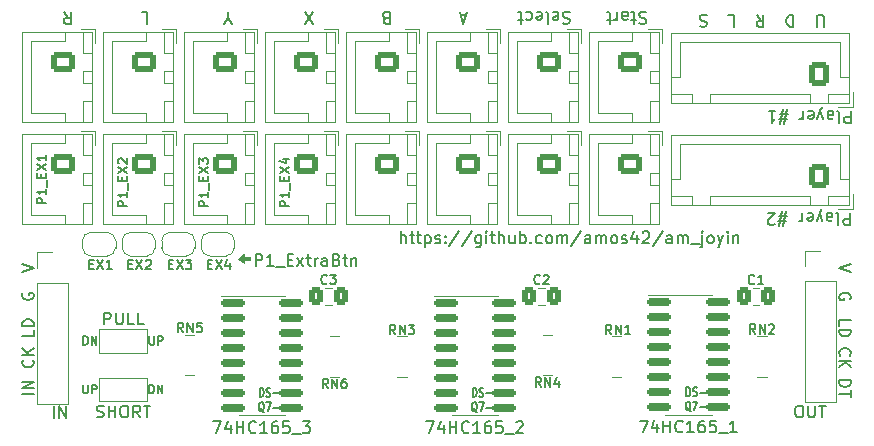
<source format=gbr>
%TF.GenerationSoftware,KiCad,Pcbnew,7.0.1*%
%TF.CreationDate,2023-05-21T17:20:38+09:00*%
%TF.ProjectId,joystick_74hc165_input_jst,6a6f7973-7469-4636-9b5f-373468633136,1*%
%TF.SameCoordinates,PX6f92990PY6f3bc80*%
%TF.FileFunction,Legend,Top*%
%TF.FilePolarity,Positive*%
%FSLAX46Y46*%
G04 Gerber Fmt 4.6, Leading zero omitted, Abs format (unit mm)*
G04 Created by KiCad (PCBNEW 7.0.1) date 2023-05-21 17:20:38*
%MOMM*%
%LPD*%
G01*
G04 APERTURE LIST*
G04 Aperture macros list*
%AMRoundRect*
0 Rectangle with rounded corners*
0 $1 Rounding radius*
0 $2 $3 $4 $5 $6 $7 $8 $9 X,Y pos of 4 corners*
0 Add a 4 corners polygon primitive as box body*
4,1,4,$2,$3,$4,$5,$6,$7,$8,$9,$2,$3,0*
0 Add four circle primitives for the rounded corners*
1,1,$1+$1,$2,$3*
1,1,$1+$1,$4,$5*
1,1,$1+$1,$6,$7*
1,1,$1+$1,$8,$9*
0 Add four rect primitives between the rounded corners*
20,1,$1+$1,$2,$3,$4,$5,0*
20,1,$1+$1,$4,$5,$6,$7,0*
20,1,$1+$1,$6,$7,$8,$9,0*
20,1,$1+$1,$8,$9,$2,$3,0*%
%AMFreePoly0*
4,1,19,0.500000,-0.750000,0.000000,-0.750000,0.000000,-0.744911,-0.071157,-0.744911,-0.207708,-0.704816,-0.327430,-0.627875,-0.420627,-0.520320,-0.479746,-0.390866,-0.500000,-0.250000,-0.500000,0.250000,-0.479746,0.390866,-0.420627,0.520320,-0.327430,0.627875,-0.207708,0.704816,-0.071157,0.744911,0.000000,0.744911,0.000000,0.750000,0.500000,0.750000,0.500000,-0.750000,0.500000,-0.750000,
$1*%
%AMFreePoly1*
4,1,19,0.000000,0.744911,0.071157,0.744911,0.207708,0.704816,0.327430,0.627875,0.420627,0.520320,0.479746,0.390866,0.500000,0.250000,0.500000,-0.250000,0.479746,-0.390866,0.420627,-0.520320,0.327430,-0.627875,0.207708,-0.704816,0.071157,-0.744911,0.000000,-0.744911,0.000000,-0.750000,-0.500000,-0.750000,-0.500000,0.750000,0.000000,0.750000,0.000000,0.744911,0.000000,0.744911,
$1*%
G04 Aperture macros list end*
%ADD10C,0.150000*%
%ADD11C,0.100000*%
%ADD12C,0.200000*%
%ADD13C,0.120000*%
%ADD14R,1.700000X1.700000*%
%ADD15O,1.700000X1.700000*%
%ADD16R,0.900000X0.400000*%
%ADD17RoundRect,0.250000X-0.337500X-0.475000X0.337500X-0.475000X0.337500X0.475000X-0.337500X0.475000X0*%
%ADD18RoundRect,0.150000X-0.825000X-0.150000X0.825000X-0.150000X0.825000X0.150000X-0.825000X0.150000X0*%
%ADD19RoundRect,0.250000X-0.750000X0.600000X-0.750000X-0.600000X0.750000X-0.600000X0.750000X0.600000X0*%
%ADD20O,2.000000X1.700000*%
%ADD21RoundRect,0.250000X0.600000X0.725000X-0.600000X0.725000X-0.600000X-0.725000X0.600000X-0.725000X0*%
%ADD22O,1.700000X1.950000*%
%ADD23R,1.000000X1.500000*%
%ADD24FreePoly0,0.000000*%
%ADD25FreePoly1,0.000000*%
G04 APERTURE END LIST*
D10*
X32673895Y17191181D02*
X32673895Y18191181D01*
X33102466Y17191181D02*
X33102466Y17714991D01*
X33102466Y17714991D02*
X33054847Y17810229D01*
X33054847Y17810229D02*
X32959609Y17857848D01*
X32959609Y17857848D02*
X32816752Y17857848D01*
X32816752Y17857848D02*
X32721514Y17810229D01*
X32721514Y17810229D02*
X32673895Y17762610D01*
X33435800Y17857848D02*
X33816752Y17857848D01*
X33578657Y18191181D02*
X33578657Y17334039D01*
X33578657Y17334039D02*
X33626276Y17238800D01*
X33626276Y17238800D02*
X33721514Y17191181D01*
X33721514Y17191181D02*
X33816752Y17191181D01*
X34007229Y17857848D02*
X34388181Y17857848D01*
X34150086Y18191181D02*
X34150086Y17334039D01*
X34150086Y17334039D02*
X34197705Y17238800D01*
X34197705Y17238800D02*
X34292943Y17191181D01*
X34292943Y17191181D02*
X34388181Y17191181D01*
X34721515Y17857848D02*
X34721515Y16857848D01*
X34721515Y17810229D02*
X34816753Y17857848D01*
X34816753Y17857848D02*
X35007229Y17857848D01*
X35007229Y17857848D02*
X35102467Y17810229D01*
X35102467Y17810229D02*
X35150086Y17762610D01*
X35150086Y17762610D02*
X35197705Y17667372D01*
X35197705Y17667372D02*
X35197705Y17381658D01*
X35197705Y17381658D02*
X35150086Y17286420D01*
X35150086Y17286420D02*
X35102467Y17238800D01*
X35102467Y17238800D02*
X35007229Y17191181D01*
X35007229Y17191181D02*
X34816753Y17191181D01*
X34816753Y17191181D02*
X34721515Y17238800D01*
X35578658Y17238800D02*
X35673896Y17191181D01*
X35673896Y17191181D02*
X35864372Y17191181D01*
X35864372Y17191181D02*
X35959610Y17238800D01*
X35959610Y17238800D02*
X36007229Y17334039D01*
X36007229Y17334039D02*
X36007229Y17381658D01*
X36007229Y17381658D02*
X35959610Y17476896D01*
X35959610Y17476896D02*
X35864372Y17524515D01*
X35864372Y17524515D02*
X35721515Y17524515D01*
X35721515Y17524515D02*
X35626277Y17572134D01*
X35626277Y17572134D02*
X35578658Y17667372D01*
X35578658Y17667372D02*
X35578658Y17714991D01*
X35578658Y17714991D02*
X35626277Y17810229D01*
X35626277Y17810229D02*
X35721515Y17857848D01*
X35721515Y17857848D02*
X35864372Y17857848D01*
X35864372Y17857848D02*
X35959610Y17810229D01*
X36435801Y17286420D02*
X36483420Y17238800D01*
X36483420Y17238800D02*
X36435801Y17191181D01*
X36435801Y17191181D02*
X36388182Y17238800D01*
X36388182Y17238800D02*
X36435801Y17286420D01*
X36435801Y17286420D02*
X36435801Y17191181D01*
X36435801Y17810229D02*
X36483420Y17762610D01*
X36483420Y17762610D02*
X36435801Y17714991D01*
X36435801Y17714991D02*
X36388182Y17762610D01*
X36388182Y17762610D02*
X36435801Y17810229D01*
X36435801Y17810229D02*
X36435801Y17714991D01*
X37626276Y18238800D02*
X36769134Y16953086D01*
X38673895Y18238800D02*
X37816753Y16953086D01*
X39435800Y17857848D02*
X39435800Y17048324D01*
X39435800Y17048324D02*
X39388181Y16953086D01*
X39388181Y16953086D02*
X39340562Y16905467D01*
X39340562Y16905467D02*
X39245324Y16857848D01*
X39245324Y16857848D02*
X39102467Y16857848D01*
X39102467Y16857848D02*
X39007229Y16905467D01*
X39435800Y17238800D02*
X39340562Y17191181D01*
X39340562Y17191181D02*
X39150086Y17191181D01*
X39150086Y17191181D02*
X39054848Y17238800D01*
X39054848Y17238800D02*
X39007229Y17286420D01*
X39007229Y17286420D02*
X38959610Y17381658D01*
X38959610Y17381658D02*
X38959610Y17667372D01*
X38959610Y17667372D02*
X39007229Y17762610D01*
X39007229Y17762610D02*
X39054848Y17810229D01*
X39054848Y17810229D02*
X39150086Y17857848D01*
X39150086Y17857848D02*
X39340562Y17857848D01*
X39340562Y17857848D02*
X39435800Y17810229D01*
X39911991Y17191181D02*
X39911991Y17857848D01*
X39911991Y18191181D02*
X39864372Y18143562D01*
X39864372Y18143562D02*
X39911991Y18095943D01*
X39911991Y18095943D02*
X39959610Y18143562D01*
X39959610Y18143562D02*
X39911991Y18191181D01*
X39911991Y18191181D02*
X39911991Y18095943D01*
X40245324Y17857848D02*
X40626276Y17857848D01*
X40388181Y18191181D02*
X40388181Y17334039D01*
X40388181Y17334039D02*
X40435800Y17238800D01*
X40435800Y17238800D02*
X40531038Y17191181D01*
X40531038Y17191181D02*
X40626276Y17191181D01*
X40959610Y17191181D02*
X40959610Y18191181D01*
X41388181Y17191181D02*
X41388181Y17714991D01*
X41388181Y17714991D02*
X41340562Y17810229D01*
X41340562Y17810229D02*
X41245324Y17857848D01*
X41245324Y17857848D02*
X41102467Y17857848D01*
X41102467Y17857848D02*
X41007229Y17810229D01*
X41007229Y17810229D02*
X40959610Y17762610D01*
X42292943Y17857848D02*
X42292943Y17191181D01*
X41864372Y17857848D02*
X41864372Y17334039D01*
X41864372Y17334039D02*
X41911991Y17238800D01*
X41911991Y17238800D02*
X42007229Y17191181D01*
X42007229Y17191181D02*
X42150086Y17191181D01*
X42150086Y17191181D02*
X42245324Y17238800D01*
X42245324Y17238800D02*
X42292943Y17286420D01*
X42769134Y17191181D02*
X42769134Y18191181D01*
X42769134Y17810229D02*
X42864372Y17857848D01*
X42864372Y17857848D02*
X43054848Y17857848D01*
X43054848Y17857848D02*
X43150086Y17810229D01*
X43150086Y17810229D02*
X43197705Y17762610D01*
X43197705Y17762610D02*
X43245324Y17667372D01*
X43245324Y17667372D02*
X43245324Y17381658D01*
X43245324Y17381658D02*
X43197705Y17286420D01*
X43197705Y17286420D02*
X43150086Y17238800D01*
X43150086Y17238800D02*
X43054848Y17191181D01*
X43054848Y17191181D02*
X42864372Y17191181D01*
X42864372Y17191181D02*
X42769134Y17238800D01*
X43673896Y17286420D02*
X43721515Y17238800D01*
X43721515Y17238800D02*
X43673896Y17191181D01*
X43673896Y17191181D02*
X43626277Y17238800D01*
X43626277Y17238800D02*
X43673896Y17286420D01*
X43673896Y17286420D02*
X43673896Y17191181D01*
X44578657Y17238800D02*
X44483419Y17191181D01*
X44483419Y17191181D02*
X44292943Y17191181D01*
X44292943Y17191181D02*
X44197705Y17238800D01*
X44197705Y17238800D02*
X44150086Y17286420D01*
X44150086Y17286420D02*
X44102467Y17381658D01*
X44102467Y17381658D02*
X44102467Y17667372D01*
X44102467Y17667372D02*
X44150086Y17762610D01*
X44150086Y17762610D02*
X44197705Y17810229D01*
X44197705Y17810229D02*
X44292943Y17857848D01*
X44292943Y17857848D02*
X44483419Y17857848D01*
X44483419Y17857848D02*
X44578657Y17810229D01*
X45150086Y17191181D02*
X45054848Y17238800D01*
X45054848Y17238800D02*
X45007229Y17286420D01*
X45007229Y17286420D02*
X44959610Y17381658D01*
X44959610Y17381658D02*
X44959610Y17667372D01*
X44959610Y17667372D02*
X45007229Y17762610D01*
X45007229Y17762610D02*
X45054848Y17810229D01*
X45054848Y17810229D02*
X45150086Y17857848D01*
X45150086Y17857848D02*
X45292943Y17857848D01*
X45292943Y17857848D02*
X45388181Y17810229D01*
X45388181Y17810229D02*
X45435800Y17762610D01*
X45435800Y17762610D02*
X45483419Y17667372D01*
X45483419Y17667372D02*
X45483419Y17381658D01*
X45483419Y17381658D02*
X45435800Y17286420D01*
X45435800Y17286420D02*
X45388181Y17238800D01*
X45388181Y17238800D02*
X45292943Y17191181D01*
X45292943Y17191181D02*
X45150086Y17191181D01*
X45911991Y17191181D02*
X45911991Y17857848D01*
X45911991Y17762610D02*
X45959610Y17810229D01*
X45959610Y17810229D02*
X46054848Y17857848D01*
X46054848Y17857848D02*
X46197705Y17857848D01*
X46197705Y17857848D02*
X46292943Y17810229D01*
X46292943Y17810229D02*
X46340562Y17714991D01*
X46340562Y17714991D02*
X46340562Y17191181D01*
X46340562Y17714991D02*
X46388181Y17810229D01*
X46388181Y17810229D02*
X46483419Y17857848D01*
X46483419Y17857848D02*
X46626276Y17857848D01*
X46626276Y17857848D02*
X46721515Y17810229D01*
X46721515Y17810229D02*
X46769134Y17714991D01*
X46769134Y17714991D02*
X46769134Y17191181D01*
X47959609Y18238800D02*
X47102467Y16953086D01*
X48721514Y17191181D02*
X48721514Y17714991D01*
X48721514Y17714991D02*
X48673895Y17810229D01*
X48673895Y17810229D02*
X48578657Y17857848D01*
X48578657Y17857848D02*
X48388181Y17857848D01*
X48388181Y17857848D02*
X48292943Y17810229D01*
X48721514Y17238800D02*
X48626276Y17191181D01*
X48626276Y17191181D02*
X48388181Y17191181D01*
X48388181Y17191181D02*
X48292943Y17238800D01*
X48292943Y17238800D02*
X48245324Y17334039D01*
X48245324Y17334039D02*
X48245324Y17429277D01*
X48245324Y17429277D02*
X48292943Y17524515D01*
X48292943Y17524515D02*
X48388181Y17572134D01*
X48388181Y17572134D02*
X48626276Y17572134D01*
X48626276Y17572134D02*
X48721514Y17619753D01*
X49197705Y17191181D02*
X49197705Y17857848D01*
X49197705Y17762610D02*
X49245324Y17810229D01*
X49245324Y17810229D02*
X49340562Y17857848D01*
X49340562Y17857848D02*
X49483419Y17857848D01*
X49483419Y17857848D02*
X49578657Y17810229D01*
X49578657Y17810229D02*
X49626276Y17714991D01*
X49626276Y17714991D02*
X49626276Y17191181D01*
X49626276Y17714991D02*
X49673895Y17810229D01*
X49673895Y17810229D02*
X49769133Y17857848D01*
X49769133Y17857848D02*
X49911990Y17857848D01*
X49911990Y17857848D02*
X50007229Y17810229D01*
X50007229Y17810229D02*
X50054848Y17714991D01*
X50054848Y17714991D02*
X50054848Y17191181D01*
X50673895Y17191181D02*
X50578657Y17238800D01*
X50578657Y17238800D02*
X50531038Y17286420D01*
X50531038Y17286420D02*
X50483419Y17381658D01*
X50483419Y17381658D02*
X50483419Y17667372D01*
X50483419Y17667372D02*
X50531038Y17762610D01*
X50531038Y17762610D02*
X50578657Y17810229D01*
X50578657Y17810229D02*
X50673895Y17857848D01*
X50673895Y17857848D02*
X50816752Y17857848D01*
X50816752Y17857848D02*
X50911990Y17810229D01*
X50911990Y17810229D02*
X50959609Y17762610D01*
X50959609Y17762610D02*
X51007228Y17667372D01*
X51007228Y17667372D02*
X51007228Y17381658D01*
X51007228Y17381658D02*
X50959609Y17286420D01*
X50959609Y17286420D02*
X50911990Y17238800D01*
X50911990Y17238800D02*
X50816752Y17191181D01*
X50816752Y17191181D02*
X50673895Y17191181D01*
X51388181Y17238800D02*
X51483419Y17191181D01*
X51483419Y17191181D02*
X51673895Y17191181D01*
X51673895Y17191181D02*
X51769133Y17238800D01*
X51769133Y17238800D02*
X51816752Y17334039D01*
X51816752Y17334039D02*
X51816752Y17381658D01*
X51816752Y17381658D02*
X51769133Y17476896D01*
X51769133Y17476896D02*
X51673895Y17524515D01*
X51673895Y17524515D02*
X51531038Y17524515D01*
X51531038Y17524515D02*
X51435800Y17572134D01*
X51435800Y17572134D02*
X51388181Y17667372D01*
X51388181Y17667372D02*
X51388181Y17714991D01*
X51388181Y17714991D02*
X51435800Y17810229D01*
X51435800Y17810229D02*
X51531038Y17857848D01*
X51531038Y17857848D02*
X51673895Y17857848D01*
X51673895Y17857848D02*
X51769133Y17810229D01*
X52673895Y17857848D02*
X52673895Y17191181D01*
X52435800Y18238800D02*
X52197705Y17524515D01*
X52197705Y17524515D02*
X52816752Y17524515D01*
X53150086Y18095943D02*
X53197705Y18143562D01*
X53197705Y18143562D02*
X53292943Y18191181D01*
X53292943Y18191181D02*
X53531038Y18191181D01*
X53531038Y18191181D02*
X53626276Y18143562D01*
X53626276Y18143562D02*
X53673895Y18095943D01*
X53673895Y18095943D02*
X53721514Y18000705D01*
X53721514Y18000705D02*
X53721514Y17905467D01*
X53721514Y17905467D02*
X53673895Y17762610D01*
X53673895Y17762610D02*
X53102467Y17191181D01*
X53102467Y17191181D02*
X53721514Y17191181D01*
X54864371Y18238800D02*
X54007229Y16953086D01*
X55626276Y17191181D02*
X55626276Y17714991D01*
X55626276Y17714991D02*
X55578657Y17810229D01*
X55578657Y17810229D02*
X55483419Y17857848D01*
X55483419Y17857848D02*
X55292943Y17857848D01*
X55292943Y17857848D02*
X55197705Y17810229D01*
X55626276Y17238800D02*
X55531038Y17191181D01*
X55531038Y17191181D02*
X55292943Y17191181D01*
X55292943Y17191181D02*
X55197705Y17238800D01*
X55197705Y17238800D02*
X55150086Y17334039D01*
X55150086Y17334039D02*
X55150086Y17429277D01*
X55150086Y17429277D02*
X55197705Y17524515D01*
X55197705Y17524515D02*
X55292943Y17572134D01*
X55292943Y17572134D02*
X55531038Y17572134D01*
X55531038Y17572134D02*
X55626276Y17619753D01*
X56102467Y17191181D02*
X56102467Y17857848D01*
X56102467Y17762610D02*
X56150086Y17810229D01*
X56150086Y17810229D02*
X56245324Y17857848D01*
X56245324Y17857848D02*
X56388181Y17857848D01*
X56388181Y17857848D02*
X56483419Y17810229D01*
X56483419Y17810229D02*
X56531038Y17714991D01*
X56531038Y17714991D02*
X56531038Y17191181D01*
X56531038Y17714991D02*
X56578657Y17810229D01*
X56578657Y17810229D02*
X56673895Y17857848D01*
X56673895Y17857848D02*
X56816752Y17857848D01*
X56816752Y17857848D02*
X56911991Y17810229D01*
X56911991Y17810229D02*
X56959610Y17714991D01*
X56959610Y17714991D02*
X56959610Y17191181D01*
X57197705Y17095943D02*
X57959609Y17095943D01*
X58197705Y17857848D02*
X58197705Y17000705D01*
X58197705Y17000705D02*
X58150086Y16905467D01*
X58150086Y16905467D02*
X58054848Y16857848D01*
X58054848Y16857848D02*
X58007229Y16857848D01*
X58197705Y18191181D02*
X58150086Y18143562D01*
X58150086Y18143562D02*
X58197705Y18095943D01*
X58197705Y18095943D02*
X58245324Y18143562D01*
X58245324Y18143562D02*
X58197705Y18191181D01*
X58197705Y18191181D02*
X58197705Y18095943D01*
X58816752Y17191181D02*
X58721514Y17238800D01*
X58721514Y17238800D02*
X58673895Y17286420D01*
X58673895Y17286420D02*
X58626276Y17381658D01*
X58626276Y17381658D02*
X58626276Y17667372D01*
X58626276Y17667372D02*
X58673895Y17762610D01*
X58673895Y17762610D02*
X58721514Y17810229D01*
X58721514Y17810229D02*
X58816752Y17857848D01*
X58816752Y17857848D02*
X58959609Y17857848D01*
X58959609Y17857848D02*
X59054847Y17810229D01*
X59054847Y17810229D02*
X59102466Y17762610D01*
X59102466Y17762610D02*
X59150085Y17667372D01*
X59150085Y17667372D02*
X59150085Y17381658D01*
X59150085Y17381658D02*
X59102466Y17286420D01*
X59102466Y17286420D02*
X59054847Y17238800D01*
X59054847Y17238800D02*
X58959609Y17191181D01*
X58959609Y17191181D02*
X58816752Y17191181D01*
X59483419Y17857848D02*
X59721514Y17191181D01*
X59959609Y17857848D02*
X59721514Y17191181D01*
X59721514Y17191181D02*
X59626276Y16953086D01*
X59626276Y16953086D02*
X59578657Y16905467D01*
X59578657Y16905467D02*
X59483419Y16857848D01*
X60340562Y17191181D02*
X60340562Y17857848D01*
X60340562Y18191181D02*
X60292943Y18143562D01*
X60292943Y18143562D02*
X60340562Y18095943D01*
X60340562Y18095943D02*
X60388181Y18143562D01*
X60388181Y18143562D02*
X60340562Y18191181D01*
X60340562Y18191181D02*
X60340562Y18095943D01*
X60816752Y17857848D02*
X60816752Y17191181D01*
X60816752Y17762610D02*
X60864371Y17810229D01*
X60864371Y17810229D02*
X60959609Y17857848D01*
X60959609Y17857848D02*
X61102466Y17857848D01*
X61102466Y17857848D02*
X61197704Y17810229D01*
X61197704Y17810229D02*
X61245323Y17714991D01*
X61245323Y17714991D02*
X61245323Y17191181D01*
D11*
X19431000Y16002000D02*
X19939000Y16002000D01*
X19939000Y15748000D01*
X19431000Y15748000D01*
X19431000Y15494000D01*
X18923000Y15875000D01*
X19431000Y16256000D01*
X19431000Y16002000D01*
G36*
X19431000Y16002000D02*
G01*
X19939000Y16002000D01*
X19939000Y15748000D01*
X19431000Y15748000D01*
X19431000Y15494000D01*
X18923000Y15875000D01*
X19431000Y16256000D01*
X19431000Y16002000D01*
G37*
D12*
X38211094Y36498905D02*
X37734904Y36498905D01*
X38306332Y36784620D02*
X37972999Y35784620D01*
X37972999Y35784620D02*
X37639666Y36784620D01*
X4135476Y36784620D02*
X4468809Y36308429D01*
X4706904Y36784620D02*
X4706904Y35784620D01*
X4706904Y35784620D02*
X4325952Y35784620D01*
X4325952Y35784620D02*
X4230714Y35832239D01*
X4230714Y35832239D02*
X4183095Y35879858D01*
X4183095Y35879858D02*
X4135476Y35975096D01*
X4135476Y35975096D02*
X4135476Y36117953D01*
X4135476Y36117953D02*
X4183095Y36213191D01*
X4183095Y36213191D02*
X4230714Y36260810D01*
X4230714Y36260810D02*
X4325952Y36308429D01*
X4325952Y36308429D02*
X4706904Y36308429D01*
X68460286Y35530620D02*
X68460286Y36340143D01*
X68460286Y36340143D02*
X68412667Y36435381D01*
X68412667Y36435381D02*
X68365048Y36483000D01*
X68365048Y36483000D02*
X68269810Y36530620D01*
X68269810Y36530620D02*
X68079334Y36530620D01*
X68079334Y36530620D02*
X67984096Y36483000D01*
X67984096Y36483000D02*
X67936477Y36435381D01*
X67936477Y36435381D02*
X67888858Y36340143D01*
X67888858Y36340143D02*
X67888858Y35530620D01*
X65888857Y36530620D02*
X65888857Y35530620D01*
X65888857Y35530620D02*
X65650762Y35530620D01*
X65650762Y35530620D02*
X65507905Y35578239D01*
X65507905Y35578239D02*
X65412667Y35673477D01*
X65412667Y35673477D02*
X65365048Y35768715D01*
X65365048Y35768715D02*
X65317429Y35959191D01*
X65317429Y35959191D02*
X65317429Y36102048D01*
X65317429Y36102048D02*
X65365048Y36292524D01*
X65365048Y36292524D02*
X65412667Y36387762D01*
X65412667Y36387762D02*
X65507905Y36483000D01*
X65507905Y36483000D02*
X65650762Y36530620D01*
X65650762Y36530620D02*
X65888857Y36530620D01*
X62793619Y36530620D02*
X63126952Y36054429D01*
X63365047Y36530620D02*
X63365047Y35530620D01*
X63365047Y35530620D02*
X62984095Y35530620D01*
X62984095Y35530620D02*
X62888857Y35578239D01*
X62888857Y35578239D02*
X62841238Y35625858D01*
X62841238Y35625858D02*
X62793619Y35721096D01*
X62793619Y35721096D02*
X62793619Y35863953D01*
X62793619Y35863953D02*
X62841238Y35959191D01*
X62841238Y35959191D02*
X62888857Y36006810D01*
X62888857Y36006810D02*
X62984095Y36054429D01*
X62984095Y36054429D02*
X63365047Y36054429D01*
X60365047Y36530620D02*
X60841237Y36530620D01*
X60841237Y36530620D02*
X60841237Y35530620D01*
X58555522Y36483000D02*
X58412665Y36530620D01*
X58412665Y36530620D02*
X58174570Y36530620D01*
X58174570Y36530620D02*
X58079332Y36483000D01*
X58079332Y36483000D02*
X58031713Y36435381D01*
X58031713Y36435381D02*
X57984094Y36340143D01*
X57984094Y36340143D02*
X57984094Y36244905D01*
X57984094Y36244905D02*
X58031713Y36149667D01*
X58031713Y36149667D02*
X58079332Y36102048D01*
X58079332Y36102048D02*
X58174570Y36054429D01*
X58174570Y36054429D02*
X58365046Y36006810D01*
X58365046Y36006810D02*
X58460284Y35959191D01*
X58460284Y35959191D02*
X58507903Y35911572D01*
X58507903Y35911572D02*
X58555522Y35816334D01*
X58555522Y35816334D02*
X58555522Y35721096D01*
X58555522Y35721096D02*
X58507903Y35625858D01*
X58507903Y35625858D02*
X58460284Y35578239D01*
X58460284Y35578239D02*
X58365046Y35530620D01*
X58365046Y35530620D02*
X58126951Y35530620D01*
X58126951Y35530620D02*
X57984094Y35578239D01*
X70691404Y19766620D02*
X70691404Y18766620D01*
X70691404Y18766620D02*
X70310452Y18766620D01*
X70310452Y18766620D02*
X70215214Y18814239D01*
X70215214Y18814239D02*
X70167595Y18861858D01*
X70167595Y18861858D02*
X70119976Y18957096D01*
X70119976Y18957096D02*
X70119976Y19099953D01*
X70119976Y19099953D02*
X70167595Y19195191D01*
X70167595Y19195191D02*
X70215214Y19242810D01*
X70215214Y19242810D02*
X70310452Y19290429D01*
X70310452Y19290429D02*
X70691404Y19290429D01*
X69548547Y19766620D02*
X69643785Y19719000D01*
X69643785Y19719000D02*
X69691404Y19623762D01*
X69691404Y19623762D02*
X69691404Y18766620D01*
X68739023Y19766620D02*
X68739023Y19242810D01*
X68739023Y19242810D02*
X68786642Y19147572D01*
X68786642Y19147572D02*
X68881880Y19099953D01*
X68881880Y19099953D02*
X69072356Y19099953D01*
X69072356Y19099953D02*
X69167594Y19147572D01*
X68739023Y19719000D02*
X68834261Y19766620D01*
X68834261Y19766620D02*
X69072356Y19766620D01*
X69072356Y19766620D02*
X69167594Y19719000D01*
X69167594Y19719000D02*
X69215213Y19623762D01*
X69215213Y19623762D02*
X69215213Y19528524D01*
X69215213Y19528524D02*
X69167594Y19433286D01*
X69167594Y19433286D02*
X69072356Y19385667D01*
X69072356Y19385667D02*
X68834261Y19385667D01*
X68834261Y19385667D02*
X68739023Y19338048D01*
X68358070Y19099953D02*
X68119975Y19766620D01*
X67881880Y19099953D02*
X68119975Y19766620D01*
X68119975Y19766620D02*
X68215213Y20004715D01*
X68215213Y20004715D02*
X68262832Y20052334D01*
X68262832Y20052334D02*
X68358070Y20099953D01*
X67119975Y19719000D02*
X67215213Y19766620D01*
X67215213Y19766620D02*
X67405689Y19766620D01*
X67405689Y19766620D02*
X67500927Y19719000D01*
X67500927Y19719000D02*
X67548546Y19623762D01*
X67548546Y19623762D02*
X67548546Y19242810D01*
X67548546Y19242810D02*
X67500927Y19147572D01*
X67500927Y19147572D02*
X67405689Y19099953D01*
X67405689Y19099953D02*
X67215213Y19099953D01*
X67215213Y19099953D02*
X67119975Y19147572D01*
X67119975Y19147572D02*
X67072356Y19242810D01*
X67072356Y19242810D02*
X67072356Y19338048D01*
X67072356Y19338048D02*
X67548546Y19433286D01*
X66643784Y19766620D02*
X66643784Y19099953D01*
X66643784Y19290429D02*
X66596165Y19195191D01*
X66596165Y19195191D02*
X66548546Y19147572D01*
X66548546Y19147572D02*
X66453308Y19099953D01*
X66453308Y19099953D02*
X66358070Y19099953D01*
X65310450Y19099953D02*
X64596165Y19099953D01*
X65024736Y18671381D02*
X65310450Y19957096D01*
X64691403Y19528524D02*
X65405688Y19528524D01*
X64977117Y19957096D02*
X64691403Y18671381D01*
X64310450Y18861858D02*
X64262831Y18814239D01*
X64262831Y18814239D02*
X64167593Y18766620D01*
X64167593Y18766620D02*
X63929498Y18766620D01*
X63929498Y18766620D02*
X63834260Y18814239D01*
X63834260Y18814239D02*
X63786641Y18861858D01*
X63786641Y18861858D02*
X63739022Y18957096D01*
X63739022Y18957096D02*
X63739022Y19052334D01*
X63739022Y19052334D02*
X63786641Y19195191D01*
X63786641Y19195191D02*
X64358069Y19766620D01*
X64358069Y19766620D02*
X63739022Y19766620D01*
D10*
X13036666Y15415953D02*
X13303332Y15415953D01*
X13417618Y14996905D02*
X13036666Y14996905D01*
X13036666Y14996905D02*
X13036666Y15796905D01*
X13036666Y15796905D02*
X13417618Y15796905D01*
X13684285Y15796905D02*
X14217619Y14996905D01*
X14217619Y15796905D02*
X13684285Y14996905D01*
X14446190Y15796905D02*
X14941428Y15796905D01*
X14941428Y15796905D02*
X14674762Y15492143D01*
X14674762Y15492143D02*
X14789047Y15492143D01*
X14789047Y15492143D02*
X14865238Y15454048D01*
X14865238Y15454048D02*
X14903333Y15415953D01*
X14903333Y15415953D02*
X14941428Y15339762D01*
X14941428Y15339762D02*
X14941428Y15149286D01*
X14941428Y15149286D02*
X14903333Y15073096D01*
X14903333Y15073096D02*
X14865238Y15035000D01*
X14865238Y15035000D02*
X14789047Y14996905D01*
X14789047Y14996905D02*
X14560476Y14996905D01*
X14560476Y14996905D02*
X14484285Y15035000D01*
X14484285Y15035000D02*
X14446190Y15073096D01*
X16338666Y15415953D02*
X16605332Y15415953D01*
X16719618Y14996905D02*
X16338666Y14996905D01*
X16338666Y14996905D02*
X16338666Y15796905D01*
X16338666Y15796905D02*
X16719618Y15796905D01*
X16986285Y15796905D02*
X17519619Y14996905D01*
X17519619Y15796905D02*
X16986285Y14996905D01*
X18167238Y15530239D02*
X18167238Y14996905D01*
X17976762Y15835000D02*
X17786285Y15263572D01*
X17786285Y15263572D02*
X18281524Y15263572D01*
X69768380Y5595857D02*
X70768380Y5595857D01*
X70768380Y5595857D02*
X70768380Y5357762D01*
X70768380Y5357762D02*
X70720761Y5214905D01*
X70720761Y5214905D02*
X70625523Y5119667D01*
X70625523Y5119667D02*
X70530285Y5072048D01*
X70530285Y5072048D02*
X70339809Y5024429D01*
X70339809Y5024429D02*
X70196952Y5024429D01*
X70196952Y5024429D02*
X70006476Y5072048D01*
X70006476Y5072048D02*
X69911238Y5119667D01*
X69911238Y5119667D02*
X69816000Y5214905D01*
X69816000Y5214905D02*
X69768380Y5357762D01*
X69768380Y5357762D02*
X69768380Y5595857D01*
X70768380Y4738714D02*
X70768380Y4167286D01*
X69768380Y4453000D02*
X70768380Y4453000D01*
X69863619Y7683477D02*
X69816000Y7731096D01*
X69816000Y7731096D02*
X69768380Y7873953D01*
X69768380Y7873953D02*
X69768380Y7969191D01*
X69768380Y7969191D02*
X69816000Y8112048D01*
X69816000Y8112048D02*
X69911238Y8207286D01*
X69911238Y8207286D02*
X70006476Y8254905D01*
X70006476Y8254905D02*
X70196952Y8302524D01*
X70196952Y8302524D02*
X70339809Y8302524D01*
X70339809Y8302524D02*
X70530285Y8254905D01*
X70530285Y8254905D02*
X70625523Y8207286D01*
X70625523Y8207286D02*
X70720761Y8112048D01*
X70720761Y8112048D02*
X70768380Y7969191D01*
X70768380Y7969191D02*
X70768380Y7873953D01*
X70768380Y7873953D02*
X70720761Y7731096D01*
X70720761Y7731096D02*
X70673142Y7683477D01*
X69768380Y7254905D02*
X70768380Y7254905D01*
X69768380Y6683477D02*
X70339809Y7112048D01*
X70768380Y6683477D02*
X70196952Y7254905D01*
X70768380Y15446333D02*
X69768380Y15113000D01*
X69768380Y15113000D02*
X70768380Y14779667D01*
X69768380Y10223477D02*
X69768380Y10699667D01*
X69768380Y10699667D02*
X70768380Y10699667D01*
X69768380Y9890143D02*
X70768380Y9890143D01*
X70768380Y9890143D02*
X70768380Y9652048D01*
X70768380Y9652048D02*
X70720761Y9509191D01*
X70720761Y9509191D02*
X70625523Y9413953D01*
X70625523Y9413953D02*
X70530285Y9366334D01*
X70530285Y9366334D02*
X70339809Y9318715D01*
X70339809Y9318715D02*
X70196952Y9318715D01*
X70196952Y9318715D02*
X70006476Y9366334D01*
X70006476Y9366334D02*
X69911238Y9413953D01*
X69911238Y9413953D02*
X69816000Y9509191D01*
X69816000Y9509191D02*
X69768380Y9652048D01*
X69768380Y9652048D02*
X69768380Y9890143D01*
X70720761Y12438096D02*
X70768380Y12533334D01*
X70768380Y12533334D02*
X70768380Y12676191D01*
X70768380Y12676191D02*
X70720761Y12819048D01*
X70720761Y12819048D02*
X70625523Y12914286D01*
X70625523Y12914286D02*
X70530285Y12961905D01*
X70530285Y12961905D02*
X70339809Y13009524D01*
X70339809Y13009524D02*
X70196952Y13009524D01*
X70196952Y13009524D02*
X70006476Y12961905D01*
X70006476Y12961905D02*
X69911238Y12914286D01*
X69911238Y12914286D02*
X69816000Y12819048D01*
X69816000Y12819048D02*
X69768380Y12676191D01*
X69768380Y12676191D02*
X69768380Y12580953D01*
X69768380Y12580953D02*
X69816000Y12438096D01*
X69816000Y12438096D02*
X69863619Y12390477D01*
X69863619Y12390477D02*
X70196952Y12390477D01*
X70196952Y12390477D02*
X70196952Y12580953D01*
X653238Y12961905D02*
X605619Y12866667D01*
X605619Y12866667D02*
X605619Y12723810D01*
X605619Y12723810D02*
X653238Y12580953D01*
X653238Y12580953D02*
X748476Y12485715D01*
X748476Y12485715D02*
X843714Y12438096D01*
X843714Y12438096D02*
X1034190Y12390477D01*
X1034190Y12390477D02*
X1177047Y12390477D01*
X1177047Y12390477D02*
X1367523Y12438096D01*
X1367523Y12438096D02*
X1462761Y12485715D01*
X1462761Y12485715D02*
X1558000Y12580953D01*
X1558000Y12580953D02*
X1605619Y12723810D01*
X1605619Y12723810D02*
X1605619Y12819048D01*
X1605619Y12819048D02*
X1558000Y12961905D01*
X1558000Y12961905D02*
X1510380Y13009524D01*
X1510380Y13009524D02*
X1177047Y13009524D01*
X1177047Y13009524D02*
X1177047Y12819048D01*
X1605619Y9842524D02*
X1605619Y9366334D01*
X1605619Y9366334D02*
X605619Y9366334D01*
X1605619Y10175858D02*
X605619Y10175858D01*
X605619Y10175858D02*
X605619Y10413953D01*
X605619Y10413953D02*
X653238Y10556810D01*
X653238Y10556810D02*
X748476Y10652048D01*
X748476Y10652048D02*
X843714Y10699667D01*
X843714Y10699667D02*
X1034190Y10747286D01*
X1034190Y10747286D02*
X1177047Y10747286D01*
X1177047Y10747286D02*
X1367523Y10699667D01*
X1367523Y10699667D02*
X1462761Y10652048D01*
X1462761Y10652048D02*
X1558000Y10556810D01*
X1558000Y10556810D02*
X1605619Y10413953D01*
X1605619Y10413953D02*
X1605619Y10175858D01*
X605619Y14779668D02*
X1605619Y15113001D01*
X1605619Y15113001D02*
X605619Y15446334D01*
X1510380Y7302524D02*
X1558000Y7254905D01*
X1558000Y7254905D02*
X1605619Y7112048D01*
X1605619Y7112048D02*
X1605619Y7016810D01*
X1605619Y7016810D02*
X1558000Y6873953D01*
X1558000Y6873953D02*
X1462761Y6778715D01*
X1462761Y6778715D02*
X1367523Y6731096D01*
X1367523Y6731096D02*
X1177047Y6683477D01*
X1177047Y6683477D02*
X1034190Y6683477D01*
X1034190Y6683477D02*
X843714Y6731096D01*
X843714Y6731096D02*
X748476Y6778715D01*
X748476Y6778715D02*
X653238Y6873953D01*
X653238Y6873953D02*
X605619Y7016810D01*
X605619Y7016810D02*
X605619Y7112048D01*
X605619Y7112048D02*
X653238Y7254905D01*
X653238Y7254905D02*
X700857Y7302524D01*
X1605619Y7731096D02*
X605619Y7731096D01*
X1605619Y8302524D02*
X1034190Y7873953D01*
X605619Y8302524D02*
X1177047Y7731096D01*
X1605619Y4429192D02*
X605619Y4429192D01*
X1605619Y4905382D02*
X605619Y4905382D01*
X605619Y4905382D02*
X1605619Y5476810D01*
X1605619Y5476810D02*
X605619Y5476810D01*
D12*
X70754904Y28402620D02*
X70754904Y27402620D01*
X70754904Y27402620D02*
X70373952Y27402620D01*
X70373952Y27402620D02*
X70278714Y27450239D01*
X70278714Y27450239D02*
X70231095Y27497858D01*
X70231095Y27497858D02*
X70183476Y27593096D01*
X70183476Y27593096D02*
X70183476Y27735953D01*
X70183476Y27735953D02*
X70231095Y27831191D01*
X70231095Y27831191D02*
X70278714Y27878810D01*
X70278714Y27878810D02*
X70373952Y27926429D01*
X70373952Y27926429D02*
X70754904Y27926429D01*
X69612047Y28402620D02*
X69707285Y28355000D01*
X69707285Y28355000D02*
X69754904Y28259762D01*
X69754904Y28259762D02*
X69754904Y27402620D01*
X68802523Y28402620D02*
X68802523Y27878810D01*
X68802523Y27878810D02*
X68850142Y27783572D01*
X68850142Y27783572D02*
X68945380Y27735953D01*
X68945380Y27735953D02*
X69135856Y27735953D01*
X69135856Y27735953D02*
X69231094Y27783572D01*
X68802523Y28355000D02*
X68897761Y28402620D01*
X68897761Y28402620D02*
X69135856Y28402620D01*
X69135856Y28402620D02*
X69231094Y28355000D01*
X69231094Y28355000D02*
X69278713Y28259762D01*
X69278713Y28259762D02*
X69278713Y28164524D01*
X69278713Y28164524D02*
X69231094Y28069286D01*
X69231094Y28069286D02*
X69135856Y28021667D01*
X69135856Y28021667D02*
X68897761Y28021667D01*
X68897761Y28021667D02*
X68802523Y27974048D01*
X68421570Y27735953D02*
X68183475Y28402620D01*
X67945380Y27735953D02*
X68183475Y28402620D01*
X68183475Y28402620D02*
X68278713Y28640715D01*
X68278713Y28640715D02*
X68326332Y28688334D01*
X68326332Y28688334D02*
X68421570Y28735953D01*
X67183475Y28355000D02*
X67278713Y28402620D01*
X67278713Y28402620D02*
X67469189Y28402620D01*
X67469189Y28402620D02*
X67564427Y28355000D01*
X67564427Y28355000D02*
X67612046Y28259762D01*
X67612046Y28259762D02*
X67612046Y27878810D01*
X67612046Y27878810D02*
X67564427Y27783572D01*
X67564427Y27783572D02*
X67469189Y27735953D01*
X67469189Y27735953D02*
X67278713Y27735953D01*
X67278713Y27735953D02*
X67183475Y27783572D01*
X67183475Y27783572D02*
X67135856Y27878810D01*
X67135856Y27878810D02*
X67135856Y27974048D01*
X67135856Y27974048D02*
X67612046Y28069286D01*
X66707284Y28402620D02*
X66707284Y27735953D01*
X66707284Y27926429D02*
X66659665Y27831191D01*
X66659665Y27831191D02*
X66612046Y27783572D01*
X66612046Y27783572D02*
X66516808Y27735953D01*
X66516808Y27735953D02*
X66421570Y27735953D01*
X65373950Y27735953D02*
X64659665Y27735953D01*
X65088236Y27307381D02*
X65373950Y28593096D01*
X64754903Y28164524D02*
X65469188Y28164524D01*
X65040617Y28593096D02*
X64754903Y27307381D01*
X63802522Y28402620D02*
X64373950Y28402620D01*
X64088236Y28402620D02*
X64088236Y27402620D01*
X64088236Y27402620D02*
X64183474Y27545477D01*
X64183474Y27545477D02*
X64278712Y27640715D01*
X64278712Y27640715D02*
X64373950Y27688334D01*
D10*
X38741571Y4197536D02*
X38741571Y4947536D01*
X38741571Y4947536D02*
X38884428Y4947536D01*
X38884428Y4947536D02*
X38970142Y4911822D01*
X38970142Y4911822D02*
X39027285Y4840393D01*
X39027285Y4840393D02*
X39055856Y4768965D01*
X39055856Y4768965D02*
X39084428Y4626108D01*
X39084428Y4626108D02*
X39084428Y4518965D01*
X39084428Y4518965D02*
X39055856Y4376108D01*
X39055856Y4376108D02*
X39027285Y4304679D01*
X39027285Y4304679D02*
X38970142Y4233250D01*
X38970142Y4233250D02*
X38884428Y4197536D01*
X38884428Y4197536D02*
X38741571Y4197536D01*
X39312999Y4233250D02*
X39398714Y4197536D01*
X39398714Y4197536D02*
X39541571Y4197536D01*
X39541571Y4197536D02*
X39598714Y4233250D01*
X39598714Y4233250D02*
X39627285Y4268965D01*
X39627285Y4268965D02*
X39655856Y4340393D01*
X39655856Y4340393D02*
X39655856Y4411822D01*
X39655856Y4411822D02*
X39627285Y4483250D01*
X39627285Y4483250D02*
X39598714Y4518965D01*
X39598714Y4518965D02*
X39541571Y4554679D01*
X39541571Y4554679D02*
X39427285Y4590393D01*
X39427285Y4590393D02*
X39370142Y4626108D01*
X39370142Y4626108D02*
X39341571Y4661822D01*
X39341571Y4661822D02*
X39312999Y4733250D01*
X39312999Y4733250D02*
X39312999Y4804679D01*
X39312999Y4804679D02*
X39341571Y4876108D01*
X39341571Y4876108D02*
X39370142Y4911822D01*
X39370142Y4911822D02*
X39427285Y4947536D01*
X39427285Y4947536D02*
X39570142Y4947536D01*
X39570142Y4947536D02*
X39655856Y4911822D01*
X39913000Y4483250D02*
X40370143Y4483250D01*
X39113000Y2911108D02*
X39055857Y2946822D01*
X39055857Y2946822D02*
X38998714Y3018250D01*
X38998714Y3018250D02*
X38913000Y3125393D01*
X38913000Y3125393D02*
X38855857Y3161108D01*
X38855857Y3161108D02*
X38798714Y3161108D01*
X38827285Y2982536D02*
X38770143Y3018250D01*
X38770143Y3018250D02*
X38713000Y3089679D01*
X38713000Y3089679D02*
X38684428Y3232536D01*
X38684428Y3232536D02*
X38684428Y3482536D01*
X38684428Y3482536D02*
X38713000Y3625393D01*
X38713000Y3625393D02*
X38770143Y3696822D01*
X38770143Y3696822D02*
X38827285Y3732536D01*
X38827285Y3732536D02*
X38941571Y3732536D01*
X38941571Y3732536D02*
X38998714Y3696822D01*
X38998714Y3696822D02*
X39055857Y3625393D01*
X39055857Y3625393D02*
X39084428Y3482536D01*
X39084428Y3482536D02*
X39084428Y3232536D01*
X39084428Y3232536D02*
X39055857Y3089679D01*
X39055857Y3089679D02*
X38998714Y3018250D01*
X38998714Y3018250D02*
X38941571Y2982536D01*
X38941571Y2982536D02*
X38827285Y2982536D01*
X39284428Y3732536D02*
X39684428Y3732536D01*
X39684428Y3732536D02*
X39427285Y2982536D01*
X39913000Y3268250D02*
X40370143Y3268250D01*
X56839071Y4261036D02*
X56839071Y5011036D01*
X56839071Y5011036D02*
X56981928Y5011036D01*
X56981928Y5011036D02*
X57067642Y4975322D01*
X57067642Y4975322D02*
X57124785Y4903893D01*
X57124785Y4903893D02*
X57153356Y4832465D01*
X57153356Y4832465D02*
X57181928Y4689608D01*
X57181928Y4689608D02*
X57181928Y4582465D01*
X57181928Y4582465D02*
X57153356Y4439608D01*
X57153356Y4439608D02*
X57124785Y4368179D01*
X57124785Y4368179D02*
X57067642Y4296750D01*
X57067642Y4296750D02*
X56981928Y4261036D01*
X56981928Y4261036D02*
X56839071Y4261036D01*
X57410499Y4296750D02*
X57496214Y4261036D01*
X57496214Y4261036D02*
X57639071Y4261036D01*
X57639071Y4261036D02*
X57696214Y4296750D01*
X57696214Y4296750D02*
X57724785Y4332465D01*
X57724785Y4332465D02*
X57753356Y4403893D01*
X57753356Y4403893D02*
X57753356Y4475322D01*
X57753356Y4475322D02*
X57724785Y4546750D01*
X57724785Y4546750D02*
X57696214Y4582465D01*
X57696214Y4582465D02*
X57639071Y4618179D01*
X57639071Y4618179D02*
X57524785Y4653893D01*
X57524785Y4653893D02*
X57467642Y4689608D01*
X57467642Y4689608D02*
X57439071Y4725322D01*
X57439071Y4725322D02*
X57410499Y4796750D01*
X57410499Y4796750D02*
X57410499Y4868179D01*
X57410499Y4868179D02*
X57439071Y4939608D01*
X57439071Y4939608D02*
X57467642Y4975322D01*
X57467642Y4975322D02*
X57524785Y5011036D01*
X57524785Y5011036D02*
X57667642Y5011036D01*
X57667642Y5011036D02*
X57753356Y4975322D01*
X58010500Y4546750D02*
X58467643Y4546750D01*
X57210500Y2974608D02*
X57153357Y3010322D01*
X57153357Y3010322D02*
X57096214Y3081750D01*
X57096214Y3081750D02*
X57010500Y3188893D01*
X57010500Y3188893D02*
X56953357Y3224608D01*
X56953357Y3224608D02*
X56896214Y3224608D01*
X56924785Y3046036D02*
X56867643Y3081750D01*
X56867643Y3081750D02*
X56810500Y3153179D01*
X56810500Y3153179D02*
X56781928Y3296036D01*
X56781928Y3296036D02*
X56781928Y3546036D01*
X56781928Y3546036D02*
X56810500Y3688893D01*
X56810500Y3688893D02*
X56867643Y3760322D01*
X56867643Y3760322D02*
X56924785Y3796036D01*
X56924785Y3796036D02*
X57039071Y3796036D01*
X57039071Y3796036D02*
X57096214Y3760322D01*
X57096214Y3760322D02*
X57153357Y3688893D01*
X57153357Y3688893D02*
X57181928Y3546036D01*
X57181928Y3546036D02*
X57181928Y3296036D01*
X57181928Y3296036D02*
X57153357Y3153179D01*
X57153357Y3153179D02*
X57096214Y3081750D01*
X57096214Y3081750D02*
X57039071Y3046036D01*
X57039071Y3046036D02*
X56924785Y3046036D01*
X57381928Y3796036D02*
X57781928Y3796036D01*
X57781928Y3796036D02*
X57524785Y3046036D01*
X58010500Y3331750D02*
X58467643Y3331750D01*
X23230095Y20332953D02*
X22430095Y20332953D01*
X22430095Y20332953D02*
X22430095Y20637715D01*
X22430095Y20637715D02*
X22468190Y20713905D01*
X22468190Y20713905D02*
X22506285Y20752000D01*
X22506285Y20752000D02*
X22582476Y20790096D01*
X22582476Y20790096D02*
X22696761Y20790096D01*
X22696761Y20790096D02*
X22772952Y20752000D01*
X22772952Y20752000D02*
X22811047Y20713905D01*
X22811047Y20713905D02*
X22849142Y20637715D01*
X22849142Y20637715D02*
X22849142Y20332953D01*
X23230095Y21552000D02*
X23230095Y21094857D01*
X23230095Y21323429D02*
X22430095Y21323429D01*
X22430095Y21323429D02*
X22544380Y21247238D01*
X22544380Y21247238D02*
X22620571Y21171048D01*
X22620571Y21171048D02*
X22658666Y21094857D01*
X23306285Y21704381D02*
X23306285Y22313905D01*
X22811047Y22504382D02*
X22811047Y22771048D01*
X23230095Y22885334D02*
X23230095Y22504382D01*
X23230095Y22504382D02*
X22430095Y22504382D01*
X22430095Y22504382D02*
X22430095Y22885334D01*
X22430095Y23152001D02*
X23230095Y23685335D01*
X22430095Y23685335D02*
X23230095Y23152001D01*
X22696761Y24332954D02*
X23230095Y24332954D01*
X22392000Y24142478D02*
X22963428Y23952001D01*
X22963428Y23952001D02*
X22963428Y24447240D01*
X9514095Y20332953D02*
X8714095Y20332953D01*
X8714095Y20332953D02*
X8714095Y20637715D01*
X8714095Y20637715D02*
X8752190Y20713905D01*
X8752190Y20713905D02*
X8790285Y20752000D01*
X8790285Y20752000D02*
X8866476Y20790096D01*
X8866476Y20790096D02*
X8980761Y20790096D01*
X8980761Y20790096D02*
X9056952Y20752000D01*
X9056952Y20752000D02*
X9095047Y20713905D01*
X9095047Y20713905D02*
X9133142Y20637715D01*
X9133142Y20637715D02*
X9133142Y20332953D01*
X9514095Y21552000D02*
X9514095Y21094857D01*
X9514095Y21323429D02*
X8714095Y21323429D01*
X8714095Y21323429D02*
X8828380Y21247238D01*
X8828380Y21247238D02*
X8904571Y21171048D01*
X8904571Y21171048D02*
X8942666Y21094857D01*
X9590285Y21704381D02*
X9590285Y22313905D01*
X9095047Y22504382D02*
X9095047Y22771048D01*
X9514095Y22885334D02*
X9514095Y22504382D01*
X9514095Y22504382D02*
X8714095Y22504382D01*
X8714095Y22504382D02*
X8714095Y22885334D01*
X8714095Y23152001D02*
X9514095Y23685335D01*
X8714095Y23685335D02*
X9514095Y23152001D01*
X8790285Y23952001D02*
X8752190Y23990097D01*
X8752190Y23990097D02*
X8714095Y24066287D01*
X8714095Y24066287D02*
X8714095Y24256763D01*
X8714095Y24256763D02*
X8752190Y24332954D01*
X8752190Y24332954D02*
X8790285Y24371049D01*
X8790285Y24371049D02*
X8866476Y24409144D01*
X8866476Y24409144D02*
X8942666Y24409144D01*
X8942666Y24409144D02*
X9056952Y24371049D01*
X9056952Y24371049D02*
X9514095Y23913906D01*
X9514095Y23913906D02*
X9514095Y24409144D01*
D12*
X46950047Y36737000D02*
X46807190Y36784620D01*
X46807190Y36784620D02*
X46569095Y36784620D01*
X46569095Y36784620D02*
X46473857Y36737000D01*
X46473857Y36737000D02*
X46426238Y36689381D01*
X46426238Y36689381D02*
X46378619Y36594143D01*
X46378619Y36594143D02*
X46378619Y36498905D01*
X46378619Y36498905D02*
X46426238Y36403667D01*
X46426238Y36403667D02*
X46473857Y36356048D01*
X46473857Y36356048D02*
X46569095Y36308429D01*
X46569095Y36308429D02*
X46759571Y36260810D01*
X46759571Y36260810D02*
X46854809Y36213191D01*
X46854809Y36213191D02*
X46902428Y36165572D01*
X46902428Y36165572D02*
X46950047Y36070334D01*
X46950047Y36070334D02*
X46950047Y35975096D01*
X46950047Y35975096D02*
X46902428Y35879858D01*
X46902428Y35879858D02*
X46854809Y35832239D01*
X46854809Y35832239D02*
X46759571Y35784620D01*
X46759571Y35784620D02*
X46521476Y35784620D01*
X46521476Y35784620D02*
X46378619Y35832239D01*
X45569095Y36737000D02*
X45664333Y36784620D01*
X45664333Y36784620D02*
X45854809Y36784620D01*
X45854809Y36784620D02*
X45950047Y36737000D01*
X45950047Y36737000D02*
X45997666Y36641762D01*
X45997666Y36641762D02*
X45997666Y36260810D01*
X45997666Y36260810D02*
X45950047Y36165572D01*
X45950047Y36165572D02*
X45854809Y36117953D01*
X45854809Y36117953D02*
X45664333Y36117953D01*
X45664333Y36117953D02*
X45569095Y36165572D01*
X45569095Y36165572D02*
X45521476Y36260810D01*
X45521476Y36260810D02*
X45521476Y36356048D01*
X45521476Y36356048D02*
X45997666Y36451286D01*
X44950047Y36784620D02*
X45045285Y36737000D01*
X45045285Y36737000D02*
X45092904Y36641762D01*
X45092904Y36641762D02*
X45092904Y35784620D01*
X44188142Y36737000D02*
X44283380Y36784620D01*
X44283380Y36784620D02*
X44473856Y36784620D01*
X44473856Y36784620D02*
X44569094Y36737000D01*
X44569094Y36737000D02*
X44616713Y36641762D01*
X44616713Y36641762D02*
X44616713Y36260810D01*
X44616713Y36260810D02*
X44569094Y36165572D01*
X44569094Y36165572D02*
X44473856Y36117953D01*
X44473856Y36117953D02*
X44283380Y36117953D01*
X44283380Y36117953D02*
X44188142Y36165572D01*
X44188142Y36165572D02*
X44140523Y36260810D01*
X44140523Y36260810D02*
X44140523Y36356048D01*
X44140523Y36356048D02*
X44616713Y36451286D01*
X43283380Y36737000D02*
X43378618Y36784620D01*
X43378618Y36784620D02*
X43569094Y36784620D01*
X43569094Y36784620D02*
X43664332Y36737000D01*
X43664332Y36737000D02*
X43711951Y36689381D01*
X43711951Y36689381D02*
X43759570Y36594143D01*
X43759570Y36594143D02*
X43759570Y36308429D01*
X43759570Y36308429D02*
X43711951Y36213191D01*
X43711951Y36213191D02*
X43664332Y36165572D01*
X43664332Y36165572D02*
X43569094Y36117953D01*
X43569094Y36117953D02*
X43378618Y36117953D01*
X43378618Y36117953D02*
X43283380Y36165572D01*
X42997665Y36117953D02*
X42616713Y36117953D01*
X42854808Y35784620D02*
X42854808Y36641762D01*
X42854808Y36641762D02*
X42807189Y36737000D01*
X42807189Y36737000D02*
X42711951Y36784620D01*
X42711951Y36784620D02*
X42616713Y36784620D01*
X31424571Y36260810D02*
X31281714Y36308429D01*
X31281714Y36308429D02*
X31234095Y36356048D01*
X31234095Y36356048D02*
X31186476Y36451286D01*
X31186476Y36451286D02*
X31186476Y36594143D01*
X31186476Y36594143D02*
X31234095Y36689381D01*
X31234095Y36689381D02*
X31281714Y36737000D01*
X31281714Y36737000D02*
X31376952Y36784620D01*
X31376952Y36784620D02*
X31757904Y36784620D01*
X31757904Y36784620D02*
X31757904Y35784620D01*
X31757904Y35784620D02*
X31424571Y35784620D01*
X31424571Y35784620D02*
X31329333Y35832239D01*
X31329333Y35832239D02*
X31281714Y35879858D01*
X31281714Y35879858D02*
X31234095Y35975096D01*
X31234095Y35975096D02*
X31234095Y36070334D01*
X31234095Y36070334D02*
X31281714Y36165572D01*
X31281714Y36165572D02*
X31329333Y36213191D01*
X31329333Y36213191D02*
X31424571Y36260810D01*
X31424571Y36260810D02*
X31757904Y36260810D01*
D10*
X20376094Y15285381D02*
X20376094Y16285381D01*
X20376094Y16285381D02*
X20757046Y16285381D01*
X20757046Y16285381D02*
X20852284Y16237762D01*
X20852284Y16237762D02*
X20899903Y16190143D01*
X20899903Y16190143D02*
X20947522Y16094905D01*
X20947522Y16094905D02*
X20947522Y15952048D01*
X20947522Y15952048D02*
X20899903Y15856810D01*
X20899903Y15856810D02*
X20852284Y15809191D01*
X20852284Y15809191D02*
X20757046Y15761572D01*
X20757046Y15761572D02*
X20376094Y15761572D01*
X21899903Y15285381D02*
X21328475Y15285381D01*
X21614189Y15285381D02*
X21614189Y16285381D01*
X21614189Y16285381D02*
X21518951Y16142524D01*
X21518951Y16142524D02*
X21423713Y16047286D01*
X21423713Y16047286D02*
X21328475Y15999667D01*
X22090380Y15190143D02*
X22852284Y15190143D01*
X23090380Y15809191D02*
X23423713Y15809191D01*
X23566570Y15285381D02*
X23090380Y15285381D01*
X23090380Y15285381D02*
X23090380Y16285381D01*
X23090380Y16285381D02*
X23566570Y16285381D01*
X23899904Y15285381D02*
X24423713Y15952048D01*
X23899904Y15952048D02*
X24423713Y15285381D01*
X24661809Y15952048D02*
X25042761Y15952048D01*
X24804666Y16285381D02*
X24804666Y15428239D01*
X24804666Y15428239D02*
X24852285Y15333000D01*
X24852285Y15333000D02*
X24947523Y15285381D01*
X24947523Y15285381D02*
X25042761Y15285381D01*
X25376095Y15285381D02*
X25376095Y15952048D01*
X25376095Y15761572D02*
X25423714Y15856810D01*
X25423714Y15856810D02*
X25471333Y15904429D01*
X25471333Y15904429D02*
X25566571Y15952048D01*
X25566571Y15952048D02*
X25661809Y15952048D01*
X26423714Y15285381D02*
X26423714Y15809191D01*
X26423714Y15809191D02*
X26376095Y15904429D01*
X26376095Y15904429D02*
X26280857Y15952048D01*
X26280857Y15952048D02*
X26090381Y15952048D01*
X26090381Y15952048D02*
X25995143Y15904429D01*
X26423714Y15333000D02*
X26328476Y15285381D01*
X26328476Y15285381D02*
X26090381Y15285381D01*
X26090381Y15285381D02*
X25995143Y15333000D01*
X25995143Y15333000D02*
X25947524Y15428239D01*
X25947524Y15428239D02*
X25947524Y15523477D01*
X25947524Y15523477D02*
X25995143Y15618715D01*
X25995143Y15618715D02*
X26090381Y15666334D01*
X26090381Y15666334D02*
X26328476Y15666334D01*
X26328476Y15666334D02*
X26423714Y15713953D01*
X27233238Y15809191D02*
X27376095Y15761572D01*
X27376095Y15761572D02*
X27423714Y15713953D01*
X27423714Y15713953D02*
X27471333Y15618715D01*
X27471333Y15618715D02*
X27471333Y15475858D01*
X27471333Y15475858D02*
X27423714Y15380620D01*
X27423714Y15380620D02*
X27376095Y15333000D01*
X27376095Y15333000D02*
X27280857Y15285381D01*
X27280857Y15285381D02*
X26899905Y15285381D01*
X26899905Y15285381D02*
X26899905Y16285381D01*
X26899905Y16285381D02*
X27233238Y16285381D01*
X27233238Y16285381D02*
X27328476Y16237762D01*
X27328476Y16237762D02*
X27376095Y16190143D01*
X27376095Y16190143D02*
X27423714Y16094905D01*
X27423714Y16094905D02*
X27423714Y15999667D01*
X27423714Y15999667D02*
X27376095Y15904429D01*
X27376095Y15904429D02*
X27328476Y15856810D01*
X27328476Y15856810D02*
X27233238Y15809191D01*
X27233238Y15809191D02*
X26899905Y15809191D01*
X27757048Y15952048D02*
X28138000Y15952048D01*
X27899905Y16285381D02*
X27899905Y15428239D01*
X27899905Y15428239D02*
X27947524Y15333000D01*
X27947524Y15333000D02*
X28042762Y15285381D01*
X28042762Y15285381D02*
X28138000Y15285381D01*
X28471334Y15952048D02*
X28471334Y15285381D01*
X28471334Y15856810D02*
X28518953Y15904429D01*
X28518953Y15904429D02*
X28614191Y15952048D01*
X28614191Y15952048D02*
X28757048Y15952048D01*
X28757048Y15952048D02*
X28852286Y15904429D01*
X28852286Y15904429D02*
X28899905Y15809191D01*
X28899905Y15809191D02*
X28899905Y15285381D01*
X20707571Y4197536D02*
X20707571Y4947536D01*
X20707571Y4947536D02*
X20850428Y4947536D01*
X20850428Y4947536D02*
X20936142Y4911822D01*
X20936142Y4911822D02*
X20993285Y4840393D01*
X20993285Y4840393D02*
X21021856Y4768965D01*
X21021856Y4768965D02*
X21050428Y4626108D01*
X21050428Y4626108D02*
X21050428Y4518965D01*
X21050428Y4518965D02*
X21021856Y4376108D01*
X21021856Y4376108D02*
X20993285Y4304679D01*
X20993285Y4304679D02*
X20936142Y4233250D01*
X20936142Y4233250D02*
X20850428Y4197536D01*
X20850428Y4197536D02*
X20707571Y4197536D01*
X21278999Y4233250D02*
X21364714Y4197536D01*
X21364714Y4197536D02*
X21507571Y4197536D01*
X21507571Y4197536D02*
X21564714Y4233250D01*
X21564714Y4233250D02*
X21593285Y4268965D01*
X21593285Y4268965D02*
X21621856Y4340393D01*
X21621856Y4340393D02*
X21621856Y4411822D01*
X21621856Y4411822D02*
X21593285Y4483250D01*
X21593285Y4483250D02*
X21564714Y4518965D01*
X21564714Y4518965D02*
X21507571Y4554679D01*
X21507571Y4554679D02*
X21393285Y4590393D01*
X21393285Y4590393D02*
X21336142Y4626108D01*
X21336142Y4626108D02*
X21307571Y4661822D01*
X21307571Y4661822D02*
X21278999Y4733250D01*
X21278999Y4733250D02*
X21278999Y4804679D01*
X21278999Y4804679D02*
X21307571Y4876108D01*
X21307571Y4876108D02*
X21336142Y4911822D01*
X21336142Y4911822D02*
X21393285Y4947536D01*
X21393285Y4947536D02*
X21536142Y4947536D01*
X21536142Y4947536D02*
X21621856Y4911822D01*
X21879000Y4483250D02*
X22336143Y4483250D01*
X21079000Y2911108D02*
X21021857Y2946822D01*
X21021857Y2946822D02*
X20964714Y3018250D01*
X20964714Y3018250D02*
X20879000Y3125393D01*
X20879000Y3125393D02*
X20821857Y3161108D01*
X20821857Y3161108D02*
X20764714Y3161108D01*
X20793285Y2982536D02*
X20736143Y3018250D01*
X20736143Y3018250D02*
X20679000Y3089679D01*
X20679000Y3089679D02*
X20650428Y3232536D01*
X20650428Y3232536D02*
X20650428Y3482536D01*
X20650428Y3482536D02*
X20679000Y3625393D01*
X20679000Y3625393D02*
X20736143Y3696822D01*
X20736143Y3696822D02*
X20793285Y3732536D01*
X20793285Y3732536D02*
X20907571Y3732536D01*
X20907571Y3732536D02*
X20964714Y3696822D01*
X20964714Y3696822D02*
X21021857Y3625393D01*
X21021857Y3625393D02*
X21050428Y3482536D01*
X21050428Y3482536D02*
X21050428Y3232536D01*
X21050428Y3232536D02*
X21021857Y3089679D01*
X21021857Y3089679D02*
X20964714Y3018250D01*
X20964714Y3018250D02*
X20907571Y2982536D01*
X20907571Y2982536D02*
X20793285Y2982536D01*
X21250428Y3732536D02*
X21650428Y3732536D01*
X21650428Y3732536D02*
X21393285Y2982536D01*
X21879000Y3268250D02*
X22336143Y3268250D01*
X16372095Y20332953D02*
X15572095Y20332953D01*
X15572095Y20332953D02*
X15572095Y20637715D01*
X15572095Y20637715D02*
X15610190Y20713905D01*
X15610190Y20713905D02*
X15648285Y20752000D01*
X15648285Y20752000D02*
X15724476Y20790096D01*
X15724476Y20790096D02*
X15838761Y20790096D01*
X15838761Y20790096D02*
X15914952Y20752000D01*
X15914952Y20752000D02*
X15953047Y20713905D01*
X15953047Y20713905D02*
X15991142Y20637715D01*
X15991142Y20637715D02*
X15991142Y20332953D01*
X16372095Y21552000D02*
X16372095Y21094857D01*
X16372095Y21323429D02*
X15572095Y21323429D01*
X15572095Y21323429D02*
X15686380Y21247238D01*
X15686380Y21247238D02*
X15762571Y21171048D01*
X15762571Y21171048D02*
X15800666Y21094857D01*
X16448285Y21704381D02*
X16448285Y22313905D01*
X15953047Y22504382D02*
X15953047Y22771048D01*
X16372095Y22885334D02*
X16372095Y22504382D01*
X16372095Y22504382D02*
X15572095Y22504382D01*
X15572095Y22504382D02*
X15572095Y22885334D01*
X15572095Y23152001D02*
X16372095Y23685335D01*
X15572095Y23685335D02*
X16372095Y23152001D01*
X15572095Y23913906D02*
X15572095Y24409144D01*
X15572095Y24409144D02*
X15876857Y24142478D01*
X15876857Y24142478D02*
X15876857Y24256763D01*
X15876857Y24256763D02*
X15914952Y24332954D01*
X15914952Y24332954D02*
X15953047Y24371049D01*
X15953047Y24371049D02*
X16029238Y24409144D01*
X16029238Y24409144D02*
X16219714Y24409144D01*
X16219714Y24409144D02*
X16295904Y24371049D01*
X16295904Y24371049D02*
X16334000Y24332954D01*
X16334000Y24332954D02*
X16372095Y24256763D01*
X16372095Y24256763D02*
X16372095Y24028192D01*
X16372095Y24028192D02*
X16334000Y23952001D01*
X16334000Y23952001D02*
X16295904Y23913906D01*
X6305666Y15415953D02*
X6572332Y15415953D01*
X6686618Y14996905D02*
X6305666Y14996905D01*
X6305666Y14996905D02*
X6305666Y15796905D01*
X6305666Y15796905D02*
X6686618Y15796905D01*
X6953285Y15796905D02*
X7486619Y14996905D01*
X7486619Y15796905D02*
X6953285Y14996905D01*
X8210428Y14996905D02*
X7753285Y14996905D01*
X7981857Y14996905D02*
X7981857Y15796905D01*
X7981857Y15796905D02*
X7905666Y15682620D01*
X7905666Y15682620D02*
X7829476Y15606429D01*
X7829476Y15606429D02*
X7753285Y15568334D01*
X7548762Y10332381D02*
X7548762Y11332381D01*
X7548762Y11332381D02*
X7929714Y11332381D01*
X7929714Y11332381D02*
X8024952Y11284762D01*
X8024952Y11284762D02*
X8072571Y11237143D01*
X8072571Y11237143D02*
X8120190Y11141905D01*
X8120190Y11141905D02*
X8120190Y10999048D01*
X8120190Y10999048D02*
X8072571Y10903810D01*
X8072571Y10903810D02*
X8024952Y10856191D01*
X8024952Y10856191D02*
X7929714Y10808572D01*
X7929714Y10808572D02*
X7548762Y10808572D01*
X8548762Y11332381D02*
X8548762Y10522858D01*
X8548762Y10522858D02*
X8596381Y10427620D01*
X8596381Y10427620D02*
X8644000Y10380000D01*
X8644000Y10380000D02*
X8739238Y10332381D01*
X8739238Y10332381D02*
X8929714Y10332381D01*
X8929714Y10332381D02*
X9024952Y10380000D01*
X9024952Y10380000D02*
X9072571Y10427620D01*
X9072571Y10427620D02*
X9120190Y10522858D01*
X9120190Y10522858D02*
X9120190Y11332381D01*
X10072571Y10332381D02*
X9596381Y10332381D01*
X9596381Y10332381D02*
X9596381Y11332381D01*
X10882095Y10332381D02*
X10405905Y10332381D01*
X10405905Y10332381D02*
X10405905Y11332381D01*
D12*
X25225332Y35784620D02*
X24558666Y36784620D01*
X24558666Y35784620D02*
X25225332Y36784620D01*
X10739476Y36784620D02*
X11215666Y36784620D01*
X11215666Y36784620D02*
X11215666Y35784620D01*
D10*
X2656095Y20586953D02*
X1856095Y20586953D01*
X1856095Y20586953D02*
X1856095Y20891715D01*
X1856095Y20891715D02*
X1894190Y20967905D01*
X1894190Y20967905D02*
X1932285Y21006000D01*
X1932285Y21006000D02*
X2008476Y21044096D01*
X2008476Y21044096D02*
X2122761Y21044096D01*
X2122761Y21044096D02*
X2198952Y21006000D01*
X2198952Y21006000D02*
X2237047Y20967905D01*
X2237047Y20967905D02*
X2275142Y20891715D01*
X2275142Y20891715D02*
X2275142Y20586953D01*
X2656095Y21806000D02*
X2656095Y21348857D01*
X2656095Y21577429D02*
X1856095Y21577429D01*
X1856095Y21577429D02*
X1970380Y21501238D01*
X1970380Y21501238D02*
X2046571Y21425048D01*
X2046571Y21425048D02*
X2084666Y21348857D01*
X2732285Y21958381D02*
X2732285Y22567905D01*
X2237047Y22758382D02*
X2237047Y23025048D01*
X2656095Y23139334D02*
X2656095Y22758382D01*
X2656095Y22758382D02*
X1856095Y22758382D01*
X1856095Y22758382D02*
X1856095Y23139334D01*
X1856095Y23406001D02*
X2656095Y23939335D01*
X1856095Y23939335D02*
X2656095Y23406001D01*
X2656095Y24663144D02*
X2656095Y24206001D01*
X2656095Y24434573D02*
X1856095Y24434573D01*
X1856095Y24434573D02*
X1970380Y24358382D01*
X1970380Y24358382D02*
X2046571Y24282192D01*
X2046571Y24282192D02*
X2084666Y24206001D01*
X6929714Y2506000D02*
X7072571Y2458381D01*
X7072571Y2458381D02*
X7310666Y2458381D01*
X7310666Y2458381D02*
X7405904Y2506000D01*
X7405904Y2506000D02*
X7453523Y2553620D01*
X7453523Y2553620D02*
X7501142Y2648858D01*
X7501142Y2648858D02*
X7501142Y2744096D01*
X7501142Y2744096D02*
X7453523Y2839334D01*
X7453523Y2839334D02*
X7405904Y2886953D01*
X7405904Y2886953D02*
X7310666Y2934572D01*
X7310666Y2934572D02*
X7120190Y2982191D01*
X7120190Y2982191D02*
X7024952Y3029810D01*
X7024952Y3029810D02*
X6977333Y3077429D01*
X6977333Y3077429D02*
X6929714Y3172667D01*
X6929714Y3172667D02*
X6929714Y3267905D01*
X6929714Y3267905D02*
X6977333Y3363143D01*
X6977333Y3363143D02*
X7024952Y3410762D01*
X7024952Y3410762D02*
X7120190Y3458381D01*
X7120190Y3458381D02*
X7358285Y3458381D01*
X7358285Y3458381D02*
X7501142Y3410762D01*
X7929714Y2458381D02*
X7929714Y3458381D01*
X7929714Y2982191D02*
X8501142Y2982191D01*
X8501142Y2458381D02*
X8501142Y3458381D01*
X9167809Y3458381D02*
X9358285Y3458381D01*
X9358285Y3458381D02*
X9453523Y3410762D01*
X9453523Y3410762D02*
X9548761Y3315524D01*
X9548761Y3315524D02*
X9596380Y3125048D01*
X9596380Y3125048D02*
X9596380Y2791715D01*
X9596380Y2791715D02*
X9548761Y2601239D01*
X9548761Y2601239D02*
X9453523Y2506000D01*
X9453523Y2506000D02*
X9358285Y2458381D01*
X9358285Y2458381D02*
X9167809Y2458381D01*
X9167809Y2458381D02*
X9072571Y2506000D01*
X9072571Y2506000D02*
X8977333Y2601239D01*
X8977333Y2601239D02*
X8929714Y2791715D01*
X8929714Y2791715D02*
X8929714Y3125048D01*
X8929714Y3125048D02*
X8977333Y3315524D01*
X8977333Y3315524D02*
X9072571Y3410762D01*
X9072571Y3410762D02*
X9167809Y3458381D01*
X10596380Y2458381D02*
X10263047Y2934572D01*
X10024952Y2458381D02*
X10024952Y3458381D01*
X10024952Y3458381D02*
X10405904Y3458381D01*
X10405904Y3458381D02*
X10501142Y3410762D01*
X10501142Y3410762D02*
X10548761Y3363143D01*
X10548761Y3363143D02*
X10596380Y3267905D01*
X10596380Y3267905D02*
X10596380Y3125048D01*
X10596380Y3125048D02*
X10548761Y3029810D01*
X10548761Y3029810D02*
X10501142Y2982191D01*
X10501142Y2982191D02*
X10405904Y2934572D01*
X10405904Y2934572D02*
X10024952Y2934572D01*
X10882095Y3458381D02*
X11453523Y3458381D01*
X11167809Y2458381D02*
X11167809Y3458381D01*
D12*
X53435047Y36737000D02*
X53292190Y36784620D01*
X53292190Y36784620D02*
X53054095Y36784620D01*
X53054095Y36784620D02*
X52958857Y36737000D01*
X52958857Y36737000D02*
X52911238Y36689381D01*
X52911238Y36689381D02*
X52863619Y36594143D01*
X52863619Y36594143D02*
X52863619Y36498905D01*
X52863619Y36498905D02*
X52911238Y36403667D01*
X52911238Y36403667D02*
X52958857Y36356048D01*
X52958857Y36356048D02*
X53054095Y36308429D01*
X53054095Y36308429D02*
X53244571Y36260810D01*
X53244571Y36260810D02*
X53339809Y36213191D01*
X53339809Y36213191D02*
X53387428Y36165572D01*
X53387428Y36165572D02*
X53435047Y36070334D01*
X53435047Y36070334D02*
X53435047Y35975096D01*
X53435047Y35975096D02*
X53387428Y35879858D01*
X53387428Y35879858D02*
X53339809Y35832239D01*
X53339809Y35832239D02*
X53244571Y35784620D01*
X53244571Y35784620D02*
X53006476Y35784620D01*
X53006476Y35784620D02*
X52863619Y35832239D01*
X52577904Y36117953D02*
X52196952Y36117953D01*
X52435047Y35784620D02*
X52435047Y36641762D01*
X52435047Y36641762D02*
X52387428Y36737000D01*
X52387428Y36737000D02*
X52292190Y36784620D01*
X52292190Y36784620D02*
X52196952Y36784620D01*
X51435047Y36784620D02*
X51435047Y36260810D01*
X51435047Y36260810D02*
X51482666Y36165572D01*
X51482666Y36165572D02*
X51577904Y36117953D01*
X51577904Y36117953D02*
X51768380Y36117953D01*
X51768380Y36117953D02*
X51863618Y36165572D01*
X51435047Y36737000D02*
X51530285Y36784620D01*
X51530285Y36784620D02*
X51768380Y36784620D01*
X51768380Y36784620D02*
X51863618Y36737000D01*
X51863618Y36737000D02*
X51911237Y36641762D01*
X51911237Y36641762D02*
X51911237Y36546524D01*
X51911237Y36546524D02*
X51863618Y36451286D01*
X51863618Y36451286D02*
X51768380Y36403667D01*
X51768380Y36403667D02*
X51530285Y36403667D01*
X51530285Y36403667D02*
X51435047Y36356048D01*
X50958856Y36784620D02*
X50958856Y36117953D01*
X50958856Y36308429D02*
X50911237Y36213191D01*
X50911237Y36213191D02*
X50863618Y36165572D01*
X50863618Y36165572D02*
X50768380Y36117953D01*
X50768380Y36117953D02*
X50673142Y36117953D01*
X50482665Y36117953D02*
X50101713Y36117953D01*
X50339808Y35784620D02*
X50339808Y36641762D01*
X50339808Y36641762D02*
X50292189Y36737000D01*
X50292189Y36737000D02*
X50196951Y36784620D01*
X50196951Y36784620D02*
X50101713Y36784620D01*
D10*
X9607666Y15415953D02*
X9874332Y15415953D01*
X9988618Y14996905D02*
X9607666Y14996905D01*
X9607666Y14996905D02*
X9607666Y15796905D01*
X9607666Y15796905D02*
X9988618Y15796905D01*
X10255285Y15796905D02*
X10788619Y14996905D01*
X10788619Y15796905D02*
X10255285Y14996905D01*
X11055285Y15720715D02*
X11093381Y15758810D01*
X11093381Y15758810D02*
X11169571Y15796905D01*
X11169571Y15796905D02*
X11360047Y15796905D01*
X11360047Y15796905D02*
X11436238Y15758810D01*
X11436238Y15758810D02*
X11474333Y15720715D01*
X11474333Y15720715D02*
X11512428Y15644524D01*
X11512428Y15644524D02*
X11512428Y15568334D01*
X11512428Y15568334D02*
X11474333Y15454048D01*
X11474333Y15454048D02*
X11017190Y14996905D01*
X11017190Y14996905D02*
X11512428Y14996905D01*
X66310000Y3458381D02*
X66500476Y3458381D01*
X66500476Y3458381D02*
X66595714Y3410762D01*
X66595714Y3410762D02*
X66690952Y3315524D01*
X66690952Y3315524D02*
X66738571Y3125048D01*
X66738571Y3125048D02*
X66738571Y2791715D01*
X66738571Y2791715D02*
X66690952Y2601239D01*
X66690952Y2601239D02*
X66595714Y2506000D01*
X66595714Y2506000D02*
X66500476Y2458381D01*
X66500476Y2458381D02*
X66310000Y2458381D01*
X66310000Y2458381D02*
X66214762Y2506000D01*
X66214762Y2506000D02*
X66119524Y2601239D01*
X66119524Y2601239D02*
X66071905Y2791715D01*
X66071905Y2791715D02*
X66071905Y3125048D01*
X66071905Y3125048D02*
X66119524Y3315524D01*
X66119524Y3315524D02*
X66214762Y3410762D01*
X66214762Y3410762D02*
X66310000Y3458381D01*
X67167143Y3458381D02*
X67167143Y2648858D01*
X67167143Y2648858D02*
X67214762Y2553620D01*
X67214762Y2553620D02*
X67262381Y2506000D01*
X67262381Y2506000D02*
X67357619Y2458381D01*
X67357619Y2458381D02*
X67548095Y2458381D01*
X67548095Y2458381D02*
X67643333Y2506000D01*
X67643333Y2506000D02*
X67690952Y2553620D01*
X67690952Y2553620D02*
X67738571Y2648858D01*
X67738571Y2648858D02*
X67738571Y3458381D01*
X68071905Y3458381D02*
X68643333Y3458381D01*
X68357619Y2458381D02*
X68357619Y3458381D01*
X3286191Y2394881D02*
X3286191Y3394881D01*
X3762381Y2394881D02*
X3762381Y3394881D01*
X3762381Y3394881D02*
X4333809Y2394881D01*
X4333809Y2394881D02*
X4333809Y3394881D01*
D12*
X18033999Y36308429D02*
X18033999Y36784620D01*
X18367332Y35784620D02*
X18033999Y36308429D01*
X18033999Y36308429D02*
X17700666Y35784620D01*
D10*
%TO.C,RN2*%
X62693619Y9535905D02*
X62426952Y9916858D01*
X62236476Y9535905D02*
X62236476Y10335905D01*
X62236476Y10335905D02*
X62541238Y10335905D01*
X62541238Y10335905D02*
X62617428Y10297810D01*
X62617428Y10297810D02*
X62655523Y10259715D01*
X62655523Y10259715D02*
X62693619Y10183524D01*
X62693619Y10183524D02*
X62693619Y10069239D01*
X62693619Y10069239D02*
X62655523Y9993048D01*
X62655523Y9993048D02*
X62617428Y9954953D01*
X62617428Y9954953D02*
X62541238Y9916858D01*
X62541238Y9916858D02*
X62236476Y9916858D01*
X63036476Y9535905D02*
X63036476Y10335905D01*
X63036476Y10335905D02*
X63493619Y9535905D01*
X63493619Y9535905D02*
X63493619Y10335905D01*
X63836475Y10259715D02*
X63874571Y10297810D01*
X63874571Y10297810D02*
X63950761Y10335905D01*
X63950761Y10335905D02*
X64141237Y10335905D01*
X64141237Y10335905D02*
X64217428Y10297810D01*
X64217428Y10297810D02*
X64255523Y10259715D01*
X64255523Y10259715D02*
X64293618Y10183524D01*
X64293618Y10183524D02*
X64293618Y10107334D01*
X64293618Y10107334D02*
X64255523Y9993048D01*
X64255523Y9993048D02*
X63798380Y9535905D01*
X63798380Y9535905D02*
X64293618Y9535905D01*
%TO.C,RN1*%
X50501619Y9510505D02*
X50234952Y9891458D01*
X50044476Y9510505D02*
X50044476Y10310505D01*
X50044476Y10310505D02*
X50349238Y10310505D01*
X50349238Y10310505D02*
X50425428Y10272410D01*
X50425428Y10272410D02*
X50463523Y10234315D01*
X50463523Y10234315D02*
X50501619Y10158124D01*
X50501619Y10158124D02*
X50501619Y10043839D01*
X50501619Y10043839D02*
X50463523Y9967648D01*
X50463523Y9967648D02*
X50425428Y9929553D01*
X50425428Y9929553D02*
X50349238Y9891458D01*
X50349238Y9891458D02*
X50044476Y9891458D01*
X50844476Y9510505D02*
X50844476Y10310505D01*
X50844476Y10310505D02*
X51301619Y9510505D01*
X51301619Y9510505D02*
X51301619Y10310505D01*
X52101618Y9510505D02*
X51644475Y9510505D01*
X51873047Y9510505D02*
X51873047Y10310505D01*
X51873047Y10310505D02*
X51796856Y10196220D01*
X51796856Y10196220D02*
X51720666Y10120029D01*
X51720666Y10120029D02*
X51644475Y10081934D01*
%TO.C,RN4*%
X44532619Y5040105D02*
X44265952Y5421058D01*
X44075476Y5040105D02*
X44075476Y5840105D01*
X44075476Y5840105D02*
X44380238Y5840105D01*
X44380238Y5840105D02*
X44456428Y5802010D01*
X44456428Y5802010D02*
X44494523Y5763915D01*
X44494523Y5763915D02*
X44532619Y5687724D01*
X44532619Y5687724D02*
X44532619Y5573439D01*
X44532619Y5573439D02*
X44494523Y5497248D01*
X44494523Y5497248D02*
X44456428Y5459153D01*
X44456428Y5459153D02*
X44380238Y5421058D01*
X44380238Y5421058D02*
X44075476Y5421058D01*
X44875476Y5040105D02*
X44875476Y5840105D01*
X44875476Y5840105D02*
X45332619Y5040105D01*
X45332619Y5040105D02*
X45332619Y5840105D01*
X46056428Y5573439D02*
X46056428Y5040105D01*
X45865952Y5878200D02*
X45675475Y5306772D01*
X45675475Y5306772D02*
X46170714Y5306772D01*
%TO.C,RN5*%
X14243119Y9662905D02*
X13976452Y10043858D01*
X13785976Y9662905D02*
X13785976Y10462905D01*
X13785976Y10462905D02*
X14090738Y10462905D01*
X14090738Y10462905D02*
X14166928Y10424810D01*
X14166928Y10424810D02*
X14205023Y10386715D01*
X14205023Y10386715D02*
X14243119Y10310524D01*
X14243119Y10310524D02*
X14243119Y10196239D01*
X14243119Y10196239D02*
X14205023Y10120048D01*
X14205023Y10120048D02*
X14166928Y10081953D01*
X14166928Y10081953D02*
X14090738Y10043858D01*
X14090738Y10043858D02*
X13785976Y10043858D01*
X14585976Y9662905D02*
X14585976Y10462905D01*
X14585976Y10462905D02*
X15043119Y9662905D01*
X15043119Y9662905D02*
X15043119Y10462905D01*
X15805023Y10462905D02*
X15424071Y10462905D01*
X15424071Y10462905D02*
X15385975Y10081953D01*
X15385975Y10081953D02*
X15424071Y10120048D01*
X15424071Y10120048D02*
X15500261Y10158143D01*
X15500261Y10158143D02*
X15690737Y10158143D01*
X15690737Y10158143D02*
X15766928Y10120048D01*
X15766928Y10120048D02*
X15805023Y10081953D01*
X15805023Y10081953D02*
X15843118Y10005762D01*
X15843118Y10005762D02*
X15843118Y9815286D01*
X15843118Y9815286D02*
X15805023Y9739096D01*
X15805023Y9739096D02*
X15766928Y9701000D01*
X15766928Y9701000D02*
X15690737Y9662905D01*
X15690737Y9662905D02*
X15500261Y9662905D01*
X15500261Y9662905D02*
X15424071Y9701000D01*
X15424071Y9701000D02*
X15385975Y9739096D01*
%TO.C,RN6*%
X26498619Y4918185D02*
X26231952Y5299138D01*
X26041476Y4918185D02*
X26041476Y5718185D01*
X26041476Y5718185D02*
X26346238Y5718185D01*
X26346238Y5718185D02*
X26422428Y5680090D01*
X26422428Y5680090D02*
X26460523Y5641995D01*
X26460523Y5641995D02*
X26498619Y5565804D01*
X26498619Y5565804D02*
X26498619Y5451519D01*
X26498619Y5451519D02*
X26460523Y5375328D01*
X26460523Y5375328D02*
X26422428Y5337233D01*
X26422428Y5337233D02*
X26346238Y5299138D01*
X26346238Y5299138D02*
X26041476Y5299138D01*
X26841476Y4918185D02*
X26841476Y5718185D01*
X26841476Y5718185D02*
X27298619Y4918185D01*
X27298619Y4918185D02*
X27298619Y5718185D01*
X28022428Y5718185D02*
X27870047Y5718185D01*
X27870047Y5718185D02*
X27793856Y5680090D01*
X27793856Y5680090D02*
X27755761Y5641995D01*
X27755761Y5641995D02*
X27679571Y5527709D01*
X27679571Y5527709D02*
X27641475Y5375328D01*
X27641475Y5375328D02*
X27641475Y5070566D01*
X27641475Y5070566D02*
X27679571Y4994376D01*
X27679571Y4994376D02*
X27717666Y4956280D01*
X27717666Y4956280D02*
X27793856Y4918185D01*
X27793856Y4918185D02*
X27946237Y4918185D01*
X27946237Y4918185D02*
X28022428Y4956280D01*
X28022428Y4956280D02*
X28060523Y4994376D01*
X28060523Y4994376D02*
X28098618Y5070566D01*
X28098618Y5070566D02*
X28098618Y5261042D01*
X28098618Y5261042D02*
X28060523Y5337233D01*
X28060523Y5337233D02*
X28022428Y5375328D01*
X28022428Y5375328D02*
X27946237Y5413423D01*
X27946237Y5413423D02*
X27793856Y5413423D01*
X27793856Y5413423D02*
X27717666Y5375328D01*
X27717666Y5375328D02*
X27679571Y5337233D01*
X27679571Y5337233D02*
X27641475Y5261042D01*
%TO.C,RN3*%
X32213619Y9485105D02*
X31946952Y9866058D01*
X31756476Y9485105D02*
X31756476Y10285105D01*
X31756476Y10285105D02*
X32061238Y10285105D01*
X32061238Y10285105D02*
X32137428Y10247010D01*
X32137428Y10247010D02*
X32175523Y10208915D01*
X32175523Y10208915D02*
X32213619Y10132724D01*
X32213619Y10132724D02*
X32213619Y10018439D01*
X32213619Y10018439D02*
X32175523Y9942248D01*
X32175523Y9942248D02*
X32137428Y9904153D01*
X32137428Y9904153D02*
X32061238Y9866058D01*
X32061238Y9866058D02*
X31756476Y9866058D01*
X32556476Y9485105D02*
X32556476Y10285105D01*
X32556476Y10285105D02*
X33013619Y9485105D01*
X33013619Y9485105D02*
X33013619Y10285105D01*
X33318380Y10285105D02*
X33813618Y10285105D01*
X33813618Y10285105D02*
X33546952Y9980343D01*
X33546952Y9980343D02*
X33661237Y9980343D01*
X33661237Y9980343D02*
X33737428Y9942248D01*
X33737428Y9942248D02*
X33775523Y9904153D01*
X33775523Y9904153D02*
X33813618Y9827962D01*
X33813618Y9827962D02*
X33813618Y9637486D01*
X33813618Y9637486D02*
X33775523Y9561296D01*
X33775523Y9561296D02*
X33737428Y9523200D01*
X33737428Y9523200D02*
X33661237Y9485105D01*
X33661237Y9485105D02*
X33432666Y9485105D01*
X33432666Y9485105D02*
X33356475Y9523200D01*
X33356475Y9523200D02*
X33318380Y9561296D01*
%TO.C,C1*%
X62604667Y13803096D02*
X62566571Y13765000D01*
X62566571Y13765000D02*
X62452286Y13726905D01*
X62452286Y13726905D02*
X62376095Y13726905D01*
X62376095Y13726905D02*
X62261809Y13765000D01*
X62261809Y13765000D02*
X62185619Y13841191D01*
X62185619Y13841191D02*
X62147524Y13917381D01*
X62147524Y13917381D02*
X62109428Y14069762D01*
X62109428Y14069762D02*
X62109428Y14184048D01*
X62109428Y14184048D02*
X62147524Y14336429D01*
X62147524Y14336429D02*
X62185619Y14412620D01*
X62185619Y14412620D02*
X62261809Y14488810D01*
X62261809Y14488810D02*
X62376095Y14526905D01*
X62376095Y14526905D02*
X62452286Y14526905D01*
X62452286Y14526905D02*
X62566571Y14488810D01*
X62566571Y14488810D02*
X62604667Y14450715D01*
X63366571Y13726905D02*
X62909428Y13726905D01*
X63138000Y13726905D02*
X63138000Y14526905D01*
X63138000Y14526905D02*
X63061809Y14412620D01*
X63061809Y14412620D02*
X62985619Y14336429D01*
X62985619Y14336429D02*
X62909428Y14298334D01*
D12*
%TO.C,74HC165_1*%
X52903952Y2188381D02*
X53570618Y2188381D01*
X53570618Y2188381D02*
X53142047Y1188381D01*
X54380142Y1855048D02*
X54380142Y1188381D01*
X54142047Y2236000D02*
X53903952Y1521715D01*
X53903952Y1521715D02*
X54522999Y1521715D01*
X54903952Y1188381D02*
X54903952Y2188381D01*
X54903952Y1712191D02*
X55475380Y1712191D01*
X55475380Y1188381D02*
X55475380Y2188381D01*
X56522999Y1283620D02*
X56475380Y1236000D01*
X56475380Y1236000D02*
X56332523Y1188381D01*
X56332523Y1188381D02*
X56237285Y1188381D01*
X56237285Y1188381D02*
X56094428Y1236000D01*
X56094428Y1236000D02*
X55999190Y1331239D01*
X55999190Y1331239D02*
X55951571Y1426477D01*
X55951571Y1426477D02*
X55903952Y1616953D01*
X55903952Y1616953D02*
X55903952Y1759810D01*
X55903952Y1759810D02*
X55951571Y1950286D01*
X55951571Y1950286D02*
X55999190Y2045524D01*
X55999190Y2045524D02*
X56094428Y2140762D01*
X56094428Y2140762D02*
X56237285Y2188381D01*
X56237285Y2188381D02*
X56332523Y2188381D01*
X56332523Y2188381D02*
X56475380Y2140762D01*
X56475380Y2140762D02*
X56522999Y2093143D01*
X57475380Y1188381D02*
X56903952Y1188381D01*
X57189666Y1188381D02*
X57189666Y2188381D01*
X57189666Y2188381D02*
X57094428Y2045524D01*
X57094428Y2045524D02*
X56999190Y1950286D01*
X56999190Y1950286D02*
X56903952Y1902667D01*
X58332523Y2188381D02*
X58142047Y2188381D01*
X58142047Y2188381D02*
X58046809Y2140762D01*
X58046809Y2140762D02*
X57999190Y2093143D01*
X57999190Y2093143D02*
X57903952Y1950286D01*
X57903952Y1950286D02*
X57856333Y1759810D01*
X57856333Y1759810D02*
X57856333Y1378858D01*
X57856333Y1378858D02*
X57903952Y1283620D01*
X57903952Y1283620D02*
X57951571Y1236000D01*
X57951571Y1236000D02*
X58046809Y1188381D01*
X58046809Y1188381D02*
X58237285Y1188381D01*
X58237285Y1188381D02*
X58332523Y1236000D01*
X58332523Y1236000D02*
X58380142Y1283620D01*
X58380142Y1283620D02*
X58427761Y1378858D01*
X58427761Y1378858D02*
X58427761Y1616953D01*
X58427761Y1616953D02*
X58380142Y1712191D01*
X58380142Y1712191D02*
X58332523Y1759810D01*
X58332523Y1759810D02*
X58237285Y1807429D01*
X58237285Y1807429D02*
X58046809Y1807429D01*
X58046809Y1807429D02*
X57951571Y1759810D01*
X57951571Y1759810D02*
X57903952Y1712191D01*
X57903952Y1712191D02*
X57856333Y1616953D01*
X59332523Y2188381D02*
X58856333Y2188381D01*
X58856333Y2188381D02*
X58808714Y1712191D01*
X58808714Y1712191D02*
X58856333Y1759810D01*
X58856333Y1759810D02*
X58951571Y1807429D01*
X58951571Y1807429D02*
X59189666Y1807429D01*
X59189666Y1807429D02*
X59284904Y1759810D01*
X59284904Y1759810D02*
X59332523Y1712191D01*
X59332523Y1712191D02*
X59380142Y1616953D01*
X59380142Y1616953D02*
X59380142Y1378858D01*
X59380142Y1378858D02*
X59332523Y1283620D01*
X59332523Y1283620D02*
X59284904Y1236000D01*
X59284904Y1236000D02*
X59189666Y1188381D01*
X59189666Y1188381D02*
X58951571Y1188381D01*
X58951571Y1188381D02*
X58856333Y1236000D01*
X58856333Y1236000D02*
X58808714Y1283620D01*
X59570619Y1093143D02*
X60332523Y1093143D01*
X61094428Y1188381D02*
X60523000Y1188381D01*
X60808714Y1188381D02*
X60808714Y2188381D01*
X60808714Y2188381D02*
X60713476Y2045524D01*
X60713476Y2045524D02*
X60618238Y1950286D01*
X60618238Y1950286D02*
X60523000Y1902667D01*
%TO.C,74HC165_2*%
X34806452Y2124881D02*
X35473118Y2124881D01*
X35473118Y2124881D02*
X35044547Y1124881D01*
X36282642Y1791548D02*
X36282642Y1124881D01*
X36044547Y2172500D02*
X35806452Y1458215D01*
X35806452Y1458215D02*
X36425499Y1458215D01*
X36806452Y1124881D02*
X36806452Y2124881D01*
X36806452Y1648691D02*
X37377880Y1648691D01*
X37377880Y1124881D02*
X37377880Y2124881D01*
X38425499Y1220120D02*
X38377880Y1172500D01*
X38377880Y1172500D02*
X38235023Y1124881D01*
X38235023Y1124881D02*
X38139785Y1124881D01*
X38139785Y1124881D02*
X37996928Y1172500D01*
X37996928Y1172500D02*
X37901690Y1267739D01*
X37901690Y1267739D02*
X37854071Y1362977D01*
X37854071Y1362977D02*
X37806452Y1553453D01*
X37806452Y1553453D02*
X37806452Y1696310D01*
X37806452Y1696310D02*
X37854071Y1886786D01*
X37854071Y1886786D02*
X37901690Y1982024D01*
X37901690Y1982024D02*
X37996928Y2077262D01*
X37996928Y2077262D02*
X38139785Y2124881D01*
X38139785Y2124881D02*
X38235023Y2124881D01*
X38235023Y2124881D02*
X38377880Y2077262D01*
X38377880Y2077262D02*
X38425499Y2029643D01*
X39377880Y1124881D02*
X38806452Y1124881D01*
X39092166Y1124881D02*
X39092166Y2124881D01*
X39092166Y2124881D02*
X38996928Y1982024D01*
X38996928Y1982024D02*
X38901690Y1886786D01*
X38901690Y1886786D02*
X38806452Y1839167D01*
X40235023Y2124881D02*
X40044547Y2124881D01*
X40044547Y2124881D02*
X39949309Y2077262D01*
X39949309Y2077262D02*
X39901690Y2029643D01*
X39901690Y2029643D02*
X39806452Y1886786D01*
X39806452Y1886786D02*
X39758833Y1696310D01*
X39758833Y1696310D02*
X39758833Y1315358D01*
X39758833Y1315358D02*
X39806452Y1220120D01*
X39806452Y1220120D02*
X39854071Y1172500D01*
X39854071Y1172500D02*
X39949309Y1124881D01*
X39949309Y1124881D02*
X40139785Y1124881D01*
X40139785Y1124881D02*
X40235023Y1172500D01*
X40235023Y1172500D02*
X40282642Y1220120D01*
X40282642Y1220120D02*
X40330261Y1315358D01*
X40330261Y1315358D02*
X40330261Y1553453D01*
X40330261Y1553453D02*
X40282642Y1648691D01*
X40282642Y1648691D02*
X40235023Y1696310D01*
X40235023Y1696310D02*
X40139785Y1743929D01*
X40139785Y1743929D02*
X39949309Y1743929D01*
X39949309Y1743929D02*
X39854071Y1696310D01*
X39854071Y1696310D02*
X39806452Y1648691D01*
X39806452Y1648691D02*
X39758833Y1553453D01*
X41235023Y2124881D02*
X40758833Y2124881D01*
X40758833Y2124881D02*
X40711214Y1648691D01*
X40711214Y1648691D02*
X40758833Y1696310D01*
X40758833Y1696310D02*
X40854071Y1743929D01*
X40854071Y1743929D02*
X41092166Y1743929D01*
X41092166Y1743929D02*
X41187404Y1696310D01*
X41187404Y1696310D02*
X41235023Y1648691D01*
X41235023Y1648691D02*
X41282642Y1553453D01*
X41282642Y1553453D02*
X41282642Y1315358D01*
X41282642Y1315358D02*
X41235023Y1220120D01*
X41235023Y1220120D02*
X41187404Y1172500D01*
X41187404Y1172500D02*
X41092166Y1124881D01*
X41092166Y1124881D02*
X40854071Y1124881D01*
X40854071Y1124881D02*
X40758833Y1172500D01*
X40758833Y1172500D02*
X40711214Y1220120D01*
X41473119Y1029643D02*
X42235023Y1029643D01*
X42425500Y2029643D02*
X42473119Y2077262D01*
X42473119Y2077262D02*
X42568357Y2124881D01*
X42568357Y2124881D02*
X42806452Y2124881D01*
X42806452Y2124881D02*
X42901690Y2077262D01*
X42901690Y2077262D02*
X42949309Y2029643D01*
X42949309Y2029643D02*
X42996928Y1934405D01*
X42996928Y1934405D02*
X42996928Y1839167D01*
X42996928Y1839167D02*
X42949309Y1696310D01*
X42949309Y1696310D02*
X42377881Y1124881D01*
X42377881Y1124881D02*
X42996928Y1124881D01*
%TO.C,74HC165_3*%
X16772452Y2124881D02*
X17439118Y2124881D01*
X17439118Y2124881D02*
X17010547Y1124881D01*
X18248642Y1791548D02*
X18248642Y1124881D01*
X18010547Y2172500D02*
X17772452Y1458215D01*
X17772452Y1458215D02*
X18391499Y1458215D01*
X18772452Y1124881D02*
X18772452Y2124881D01*
X18772452Y1648691D02*
X19343880Y1648691D01*
X19343880Y1124881D02*
X19343880Y2124881D01*
X20391499Y1220120D02*
X20343880Y1172500D01*
X20343880Y1172500D02*
X20201023Y1124881D01*
X20201023Y1124881D02*
X20105785Y1124881D01*
X20105785Y1124881D02*
X19962928Y1172500D01*
X19962928Y1172500D02*
X19867690Y1267739D01*
X19867690Y1267739D02*
X19820071Y1362977D01*
X19820071Y1362977D02*
X19772452Y1553453D01*
X19772452Y1553453D02*
X19772452Y1696310D01*
X19772452Y1696310D02*
X19820071Y1886786D01*
X19820071Y1886786D02*
X19867690Y1982024D01*
X19867690Y1982024D02*
X19962928Y2077262D01*
X19962928Y2077262D02*
X20105785Y2124881D01*
X20105785Y2124881D02*
X20201023Y2124881D01*
X20201023Y2124881D02*
X20343880Y2077262D01*
X20343880Y2077262D02*
X20391499Y2029643D01*
X21343880Y1124881D02*
X20772452Y1124881D01*
X21058166Y1124881D02*
X21058166Y2124881D01*
X21058166Y2124881D02*
X20962928Y1982024D01*
X20962928Y1982024D02*
X20867690Y1886786D01*
X20867690Y1886786D02*
X20772452Y1839167D01*
X22201023Y2124881D02*
X22010547Y2124881D01*
X22010547Y2124881D02*
X21915309Y2077262D01*
X21915309Y2077262D02*
X21867690Y2029643D01*
X21867690Y2029643D02*
X21772452Y1886786D01*
X21772452Y1886786D02*
X21724833Y1696310D01*
X21724833Y1696310D02*
X21724833Y1315358D01*
X21724833Y1315358D02*
X21772452Y1220120D01*
X21772452Y1220120D02*
X21820071Y1172500D01*
X21820071Y1172500D02*
X21915309Y1124881D01*
X21915309Y1124881D02*
X22105785Y1124881D01*
X22105785Y1124881D02*
X22201023Y1172500D01*
X22201023Y1172500D02*
X22248642Y1220120D01*
X22248642Y1220120D02*
X22296261Y1315358D01*
X22296261Y1315358D02*
X22296261Y1553453D01*
X22296261Y1553453D02*
X22248642Y1648691D01*
X22248642Y1648691D02*
X22201023Y1696310D01*
X22201023Y1696310D02*
X22105785Y1743929D01*
X22105785Y1743929D02*
X21915309Y1743929D01*
X21915309Y1743929D02*
X21820071Y1696310D01*
X21820071Y1696310D02*
X21772452Y1648691D01*
X21772452Y1648691D02*
X21724833Y1553453D01*
X23201023Y2124881D02*
X22724833Y2124881D01*
X22724833Y2124881D02*
X22677214Y1648691D01*
X22677214Y1648691D02*
X22724833Y1696310D01*
X22724833Y1696310D02*
X22820071Y1743929D01*
X22820071Y1743929D02*
X23058166Y1743929D01*
X23058166Y1743929D02*
X23153404Y1696310D01*
X23153404Y1696310D02*
X23201023Y1648691D01*
X23201023Y1648691D02*
X23248642Y1553453D01*
X23248642Y1553453D02*
X23248642Y1315358D01*
X23248642Y1315358D02*
X23201023Y1220120D01*
X23201023Y1220120D02*
X23153404Y1172500D01*
X23153404Y1172500D02*
X23058166Y1124881D01*
X23058166Y1124881D02*
X22820071Y1124881D01*
X22820071Y1124881D02*
X22724833Y1172500D01*
X22724833Y1172500D02*
X22677214Y1220120D01*
X23439119Y1029643D02*
X24201023Y1029643D01*
X24343881Y2124881D02*
X24962928Y2124881D01*
X24962928Y2124881D02*
X24629595Y1743929D01*
X24629595Y1743929D02*
X24772452Y1743929D01*
X24772452Y1743929D02*
X24867690Y1696310D01*
X24867690Y1696310D02*
X24915309Y1648691D01*
X24915309Y1648691D02*
X24962928Y1553453D01*
X24962928Y1553453D02*
X24962928Y1315358D01*
X24962928Y1315358D02*
X24915309Y1220120D01*
X24915309Y1220120D02*
X24867690Y1172500D01*
X24867690Y1172500D02*
X24772452Y1124881D01*
X24772452Y1124881D02*
X24486738Y1124881D01*
X24486738Y1124881D02*
X24391500Y1172500D01*
X24391500Y1172500D02*
X24343881Y1220120D01*
D10*
%TO.C,C2*%
X44443667Y13803096D02*
X44405571Y13765000D01*
X44405571Y13765000D02*
X44291286Y13726905D01*
X44291286Y13726905D02*
X44215095Y13726905D01*
X44215095Y13726905D02*
X44100809Y13765000D01*
X44100809Y13765000D02*
X44024619Y13841191D01*
X44024619Y13841191D02*
X43986524Y13917381D01*
X43986524Y13917381D02*
X43948428Y14069762D01*
X43948428Y14069762D02*
X43948428Y14184048D01*
X43948428Y14184048D02*
X43986524Y14336429D01*
X43986524Y14336429D02*
X44024619Y14412620D01*
X44024619Y14412620D02*
X44100809Y14488810D01*
X44100809Y14488810D02*
X44215095Y14526905D01*
X44215095Y14526905D02*
X44291286Y14526905D01*
X44291286Y14526905D02*
X44405571Y14488810D01*
X44405571Y14488810D02*
X44443667Y14450715D01*
X44748428Y14450715D02*
X44786524Y14488810D01*
X44786524Y14488810D02*
X44862714Y14526905D01*
X44862714Y14526905D02*
X45053190Y14526905D01*
X45053190Y14526905D02*
X45129381Y14488810D01*
X45129381Y14488810D02*
X45167476Y14450715D01*
X45167476Y14450715D02*
X45205571Y14374524D01*
X45205571Y14374524D02*
X45205571Y14298334D01*
X45205571Y14298334D02*
X45167476Y14184048D01*
X45167476Y14184048D02*
X44710333Y13726905D01*
X44710333Y13726905D02*
X45205571Y13726905D01*
%TO.C,C3*%
X26409667Y13803096D02*
X26371571Y13765000D01*
X26371571Y13765000D02*
X26257286Y13726905D01*
X26257286Y13726905D02*
X26181095Y13726905D01*
X26181095Y13726905D02*
X26066809Y13765000D01*
X26066809Y13765000D02*
X25990619Y13841191D01*
X25990619Y13841191D02*
X25952524Y13917381D01*
X25952524Y13917381D02*
X25914428Y14069762D01*
X25914428Y14069762D02*
X25914428Y14184048D01*
X25914428Y14184048D02*
X25952524Y14336429D01*
X25952524Y14336429D02*
X25990619Y14412620D01*
X25990619Y14412620D02*
X26066809Y14488810D01*
X26066809Y14488810D02*
X26181095Y14526905D01*
X26181095Y14526905D02*
X26257286Y14526905D01*
X26257286Y14526905D02*
X26371571Y14488810D01*
X26371571Y14488810D02*
X26409667Y14450715D01*
X26676333Y14526905D02*
X27171571Y14526905D01*
X27171571Y14526905D02*
X26904905Y14222143D01*
X26904905Y14222143D02*
X27019190Y14222143D01*
X27019190Y14222143D02*
X27095381Y14184048D01*
X27095381Y14184048D02*
X27133476Y14145953D01*
X27133476Y14145953D02*
X27171571Y14069762D01*
X27171571Y14069762D02*
X27171571Y13879286D01*
X27171571Y13879286D02*
X27133476Y13803096D01*
X27133476Y13803096D02*
X27095381Y13765000D01*
X27095381Y13765000D02*
X27019190Y13726905D01*
X27019190Y13726905D02*
X26790619Y13726905D01*
X26790619Y13726905D02*
X26714428Y13765000D01*
X26714428Y13765000D02*
X26676333Y13803096D01*
%TO.C,JP2*%
X11388000Y4502167D02*
X11388000Y5202167D01*
X11388000Y5202167D02*
X11554667Y5202167D01*
X11554667Y5202167D02*
X11654667Y5168834D01*
X11654667Y5168834D02*
X11721334Y5102167D01*
X11721334Y5102167D02*
X11754667Y5035500D01*
X11754667Y5035500D02*
X11788000Y4902167D01*
X11788000Y4902167D02*
X11788000Y4802167D01*
X11788000Y4802167D02*
X11754667Y4668834D01*
X11754667Y4668834D02*
X11721334Y4602167D01*
X11721334Y4602167D02*
X11654667Y4535500D01*
X11654667Y4535500D02*
X11554667Y4502167D01*
X11554667Y4502167D02*
X11388000Y4502167D01*
X12088000Y4502167D02*
X12088000Y5202167D01*
X12088000Y5202167D02*
X12488000Y4502167D01*
X12488000Y4502167D02*
X12488000Y5202167D01*
X5800000Y5202167D02*
X5800000Y4635500D01*
X5800000Y4635500D02*
X5833334Y4568834D01*
X5833334Y4568834D02*
X5866667Y4535500D01*
X5866667Y4535500D02*
X5933334Y4502167D01*
X5933334Y4502167D02*
X6066667Y4502167D01*
X6066667Y4502167D02*
X6133334Y4535500D01*
X6133334Y4535500D02*
X6166667Y4568834D01*
X6166667Y4568834D02*
X6200000Y4635500D01*
X6200000Y4635500D02*
X6200000Y5202167D01*
X6533333Y4502167D02*
X6533333Y5202167D01*
X6533333Y5202167D02*
X6800000Y5202167D01*
X6800000Y5202167D02*
X6866667Y5168834D01*
X6866667Y5168834D02*
X6900000Y5135500D01*
X6900000Y5135500D02*
X6933333Y5068834D01*
X6933333Y5068834D02*
X6933333Y4968834D01*
X6933333Y4968834D02*
X6900000Y4902167D01*
X6900000Y4902167D02*
X6866667Y4868834D01*
X6866667Y4868834D02*
X6800000Y4835500D01*
X6800000Y4835500D02*
X6533333Y4835500D01*
%TO.C,JP1*%
X5800000Y8616967D02*
X5800000Y9316967D01*
X5800000Y9316967D02*
X5966667Y9316967D01*
X5966667Y9316967D02*
X6066667Y9283634D01*
X6066667Y9283634D02*
X6133334Y9216967D01*
X6133334Y9216967D02*
X6166667Y9150300D01*
X6166667Y9150300D02*
X6200000Y9016967D01*
X6200000Y9016967D02*
X6200000Y8916967D01*
X6200000Y8916967D02*
X6166667Y8783634D01*
X6166667Y8783634D02*
X6133334Y8716967D01*
X6133334Y8716967D02*
X6066667Y8650300D01*
X6066667Y8650300D02*
X5966667Y8616967D01*
X5966667Y8616967D02*
X5800000Y8616967D01*
X6500000Y8616967D02*
X6500000Y9316967D01*
X6500000Y9316967D02*
X6900000Y8616967D01*
X6900000Y8616967D02*
X6900000Y9316967D01*
X11388000Y9316967D02*
X11388000Y8750300D01*
X11388000Y8750300D02*
X11421334Y8683634D01*
X11421334Y8683634D02*
X11454667Y8650300D01*
X11454667Y8650300D02*
X11521334Y8616967D01*
X11521334Y8616967D02*
X11654667Y8616967D01*
X11654667Y8616967D02*
X11721334Y8650300D01*
X11721334Y8650300D02*
X11754667Y8683634D01*
X11754667Y8683634D02*
X11788000Y8750300D01*
X11788000Y8750300D02*
X11788000Y9316967D01*
X12121333Y8616967D02*
X12121333Y9316967D01*
X12121333Y9316967D02*
X12388000Y9316967D01*
X12388000Y9316967D02*
X12454667Y9283634D01*
X12454667Y9283634D02*
X12488000Y9250300D01*
X12488000Y9250300D02*
X12521333Y9183634D01*
X12521333Y9183634D02*
X12521333Y9083634D01*
X12521333Y9083634D02*
X12488000Y9016967D01*
X12488000Y9016967D02*
X12454667Y8983634D01*
X12454667Y8983634D02*
X12388000Y8950300D01*
X12388000Y8950300D02*
X12121333Y8950300D01*
D13*
%TO.C,OUT1*%
X66869000Y16570000D02*
X68199000Y16570000D01*
X66869000Y3750000D02*
X69529000Y3750000D01*
X66869000Y15240000D02*
X66869000Y16570000D01*
X69529000Y13970000D02*
X69529000Y3750000D01*
X66869000Y13970000D02*
X69529000Y13970000D01*
X66869000Y13970000D02*
X66869000Y3750000D01*
%TO.C,RN2*%
X62846000Y5900000D02*
X63646000Y5900000D01*
X62846000Y9340000D02*
X63646000Y9340000D01*
%TO.C,RN1*%
X51327000Y9340000D02*
X50527000Y9340000D01*
X51327000Y5900000D02*
X50527000Y5900000D01*
%TO.C,RN4*%
X44685000Y6027000D02*
X45485000Y6027000D01*
X44685000Y9467000D02*
X45485000Y9467000D01*
%TO.C,RN5*%
X15195500Y6027000D02*
X14395500Y6027000D01*
X15195500Y9467000D02*
X14395500Y9467000D01*
%TO.C,RN6*%
X26651000Y9340000D02*
X27451000Y9340000D01*
X26651000Y5900000D02*
X27451000Y5900000D01*
%TO.C,RN3*%
X33166000Y5900000D02*
X32366000Y5900000D01*
X33166000Y9340000D02*
X32366000Y9340000D01*
%TO.C,C1*%
X62476748Y13435000D02*
X62999252Y13435000D01*
X62476748Y11965000D02*
X62999252Y11965000D01*
%TO.C,74HC165_1*%
X57023000Y12807000D02*
X53573000Y12807000D01*
X57023000Y12807000D02*
X58973000Y12807000D01*
X57023000Y2687000D02*
X58973000Y2687000D01*
X57023000Y2687000D02*
X55073000Y2687000D01*
%TO.C,74HC165_2*%
X38925500Y2623500D02*
X40875500Y2623500D01*
X38925500Y12743500D02*
X35475500Y12743500D01*
X38925500Y12743500D02*
X40875500Y12743500D01*
X38925500Y2623500D02*
X36975500Y2623500D01*
%TO.C,74HC165_3*%
X20891500Y12743500D02*
X22841500Y12743500D01*
X20891500Y2623500D02*
X22841500Y2623500D01*
X20891500Y12743500D02*
X17441500Y12743500D01*
X20891500Y2623500D02*
X18941500Y2623500D01*
%TO.C,C2*%
X44315748Y13435000D02*
X44838252Y13435000D01*
X44315748Y11965000D02*
X44838252Y11965000D01*
%TO.C,C3*%
X26281748Y13435000D02*
X26804252Y13435000D01*
X26281748Y11965000D02*
X26804252Y11965000D01*
%TO.C,J22*%
X54520000Y22126000D02*
X54520000Y23126000D01*
X53770000Y23126000D02*
X53770000Y22126000D01*
X53770000Y22126000D02*
X54520000Y22126000D01*
X54820000Y25476000D02*
X54820000Y26726000D01*
X53770000Y20626000D02*
X53770000Y18826000D01*
X53770000Y18826000D02*
X54520000Y18826000D01*
X49320000Y25676000D02*
X49320000Y22626000D01*
X52270000Y25676000D02*
X49320000Y25676000D01*
X54520000Y23126000D02*
X53770000Y23126000D01*
X54520000Y26426000D02*
X53770000Y26426000D01*
X52270000Y26426000D02*
X52270000Y25676000D01*
X54530000Y18816000D02*
X54530000Y26436000D01*
X54520000Y20626000D02*
X53770000Y20626000D01*
X48560000Y26436000D02*
X48560000Y18816000D01*
X52270000Y19576000D02*
X49320000Y19576000D01*
X53770000Y26426000D02*
X53770000Y24626000D01*
X49320000Y19576000D02*
X49320000Y22626000D01*
X54820000Y26726000D02*
X53570000Y26726000D01*
X54530000Y26436000D02*
X48560000Y26436000D01*
X54520000Y18826000D02*
X54520000Y20626000D01*
X54520000Y24626000D02*
X54520000Y26426000D01*
X53770000Y24626000D02*
X54520000Y24626000D01*
X48560000Y18816000D02*
X54530000Y18816000D01*
X52270000Y18826000D02*
X52270000Y19576000D01*
%TO.C,J23*%
X46912000Y26426000D02*
X46912000Y24626000D01*
X46912000Y22126000D02*
X47662000Y22126000D01*
X46912000Y18826000D02*
X47662000Y18826000D01*
X45412000Y19576000D02*
X42462000Y19576000D01*
X47662000Y22126000D02*
X47662000Y23126000D01*
X46912000Y20626000D02*
X46912000Y18826000D01*
X47662000Y23126000D02*
X46912000Y23126000D01*
X47962000Y25476000D02*
X47962000Y26726000D01*
X41702000Y26436000D02*
X41702000Y18816000D01*
X42462000Y25676000D02*
X42462000Y22626000D01*
X46912000Y24626000D02*
X47662000Y24626000D01*
X45412000Y18826000D02*
X45412000Y19576000D01*
X47662000Y18826000D02*
X47662000Y20626000D01*
X47672000Y18816000D02*
X47672000Y26436000D01*
X47662000Y24626000D02*
X47662000Y26426000D01*
X47662000Y20626000D02*
X46912000Y20626000D01*
X41702000Y18816000D02*
X47672000Y18816000D01*
X46912000Y23126000D02*
X46912000Y22126000D01*
X47662000Y26426000D02*
X46912000Y26426000D01*
X47962000Y26726000D02*
X46712000Y26726000D01*
X47672000Y26436000D02*
X41702000Y26436000D01*
X45412000Y25676000D02*
X42462000Y25676000D01*
X45412000Y26426000D02*
X45412000Y25676000D01*
X42462000Y19576000D02*
X42462000Y22626000D01*
%TO.C,J24*%
X38554000Y25676000D02*
X35604000Y25676000D01*
X40054000Y20626000D02*
X40054000Y18826000D01*
X34844000Y18816000D02*
X40814000Y18816000D01*
X40804000Y24626000D02*
X40804000Y26426000D01*
X40054000Y23126000D02*
X40054000Y22126000D01*
X40054000Y26426000D02*
X40054000Y24626000D01*
X40804000Y26426000D02*
X40054000Y26426000D01*
X41104000Y25476000D02*
X41104000Y26726000D01*
X40804000Y23126000D02*
X40054000Y23126000D01*
X41104000Y26726000D02*
X39854000Y26726000D01*
X38554000Y26426000D02*
X38554000Y25676000D01*
X40814000Y26436000D02*
X34844000Y26436000D01*
X38554000Y19576000D02*
X35604000Y19576000D01*
X35604000Y25676000D02*
X35604000Y22626000D01*
X40054000Y18826000D02*
X40804000Y18826000D01*
X40054000Y24626000D02*
X40804000Y24626000D01*
X40054000Y22126000D02*
X40804000Y22126000D01*
X40814000Y18816000D02*
X40814000Y26436000D01*
X34844000Y26436000D02*
X34844000Y18816000D01*
X35604000Y19576000D02*
X35604000Y22626000D01*
X40804000Y18826000D02*
X40804000Y20626000D01*
X38554000Y18826000D02*
X38554000Y19576000D01*
X40804000Y22126000D02*
X40804000Y23126000D01*
X40804000Y20626000D02*
X40054000Y20626000D01*
%TO.C,J25*%
X28746000Y25676000D02*
X28746000Y22626000D01*
X27986000Y26436000D02*
X27986000Y18816000D01*
X33956000Y18816000D02*
X33956000Y26436000D01*
X33946000Y22126000D02*
X33946000Y23126000D01*
X31696000Y26426000D02*
X31696000Y25676000D01*
X33946000Y26426000D02*
X33196000Y26426000D01*
X33196000Y22126000D02*
X33946000Y22126000D01*
X33956000Y26436000D02*
X27986000Y26436000D01*
X33196000Y20626000D02*
X33196000Y18826000D01*
X33196000Y26426000D02*
X33196000Y24626000D01*
X33196000Y24626000D02*
X33946000Y24626000D01*
X33196000Y23126000D02*
X33196000Y22126000D01*
X33946000Y24626000D02*
X33946000Y26426000D01*
X31696000Y25676000D02*
X28746000Y25676000D01*
X33196000Y18826000D02*
X33946000Y18826000D01*
X31696000Y18826000D02*
X31696000Y19576000D01*
X33946000Y23126000D02*
X33196000Y23126000D01*
X33946000Y18826000D02*
X33946000Y20626000D01*
X34246000Y25476000D02*
X34246000Y26726000D01*
X33946000Y20626000D02*
X33196000Y20626000D01*
X31696000Y19576000D02*
X28746000Y19576000D01*
X34246000Y26726000D02*
X32996000Y26726000D01*
X28746000Y19576000D02*
X28746000Y22626000D01*
X27986000Y18816000D02*
X33956000Y18816000D01*
%TO.C,J26*%
X26338000Y18826000D02*
X27088000Y18826000D01*
X27388000Y25476000D02*
X27388000Y26726000D01*
X26338000Y23126000D02*
X26338000Y22126000D01*
X27388000Y26726000D02*
X26138000Y26726000D01*
X21128000Y26436000D02*
X21128000Y18816000D01*
X27098000Y18816000D02*
X27098000Y26436000D01*
X27098000Y26436000D02*
X21128000Y26436000D01*
X27088000Y20626000D02*
X26338000Y20626000D01*
X24838000Y26426000D02*
X24838000Y25676000D01*
X26338000Y26426000D02*
X26338000Y24626000D01*
X26338000Y22126000D02*
X27088000Y22126000D01*
X24838000Y25676000D02*
X21888000Y25676000D01*
X27088000Y24626000D02*
X27088000Y26426000D01*
X27088000Y23126000D02*
X26338000Y23126000D01*
X21888000Y19576000D02*
X21888000Y22626000D01*
X21128000Y18816000D02*
X27098000Y18816000D01*
X24838000Y19576000D02*
X21888000Y19576000D01*
X21888000Y25676000D02*
X21888000Y22626000D01*
X27088000Y18826000D02*
X27088000Y20626000D01*
X26338000Y20626000D02*
X26338000Y18826000D01*
X27088000Y22126000D02*
X27088000Y23126000D01*
X26338000Y24626000D02*
X27088000Y24626000D01*
X24838000Y18826000D02*
X24838000Y19576000D01*
X27088000Y26426000D02*
X26338000Y26426000D01*
%TO.C,J27*%
X19480000Y22126000D02*
X20230000Y22126000D01*
X20530000Y25476000D02*
X20530000Y26726000D01*
X17980000Y18826000D02*
X17980000Y19576000D01*
X20230000Y26426000D02*
X19480000Y26426000D01*
X20230000Y23126000D02*
X19480000Y23126000D01*
X20230000Y24626000D02*
X20230000Y26426000D01*
X19480000Y20626000D02*
X19480000Y18826000D01*
X14270000Y18816000D02*
X20240000Y18816000D01*
X20240000Y18816000D02*
X20240000Y26436000D01*
X20230000Y22126000D02*
X20230000Y23126000D01*
X15030000Y19576000D02*
X15030000Y22626000D01*
X20530000Y26726000D02*
X19280000Y26726000D01*
X20240000Y26436000D02*
X14270000Y26436000D01*
X15030000Y25676000D02*
X15030000Y22626000D01*
X17980000Y26426000D02*
X17980000Y25676000D01*
X20230000Y18826000D02*
X20230000Y20626000D01*
X19480000Y26426000D02*
X19480000Y24626000D01*
X19480000Y18826000D02*
X20230000Y18826000D01*
X20230000Y20626000D02*
X19480000Y20626000D01*
X17980000Y25676000D02*
X15030000Y25676000D01*
X14270000Y26436000D02*
X14270000Y18816000D01*
X19480000Y24626000D02*
X20230000Y24626000D01*
X19480000Y23126000D02*
X19480000Y22126000D01*
X17980000Y19576000D02*
X15030000Y19576000D01*
%TO.C,J28*%
X7412000Y26436000D02*
X7412000Y18816000D01*
X12622000Y23126000D02*
X12622000Y22126000D01*
X12622000Y22126000D02*
X13372000Y22126000D01*
X13372000Y20626000D02*
X12622000Y20626000D01*
X11122000Y19576000D02*
X8172000Y19576000D01*
X13672000Y25476000D02*
X13672000Y26726000D01*
X13372000Y22126000D02*
X13372000Y23126000D01*
X12622000Y24626000D02*
X13372000Y24626000D01*
X13672000Y26726000D02*
X12422000Y26726000D01*
X11122000Y25676000D02*
X8172000Y25676000D01*
X13372000Y18826000D02*
X13372000Y20626000D01*
X13372000Y24626000D02*
X13372000Y26426000D01*
X8172000Y25676000D02*
X8172000Y22626000D01*
X13372000Y26426000D02*
X12622000Y26426000D01*
X13382000Y26436000D02*
X7412000Y26436000D01*
X13382000Y18816000D02*
X13382000Y26436000D01*
X8172000Y19576000D02*
X8172000Y22626000D01*
X7412000Y18816000D02*
X13382000Y18816000D01*
X12622000Y26426000D02*
X12622000Y24626000D01*
X12622000Y18826000D02*
X13372000Y18826000D01*
X13372000Y23126000D02*
X12622000Y23126000D01*
X11122000Y26426000D02*
X11122000Y25676000D01*
X11122000Y18826000D02*
X11122000Y19576000D01*
X12622000Y20626000D02*
X12622000Y18826000D01*
%TO.C,J29*%
X5764000Y22126000D02*
X6514000Y22126000D01*
X4264000Y26426000D02*
X4264000Y25676000D01*
X6814000Y26726000D02*
X5564000Y26726000D01*
X6514000Y18826000D02*
X6514000Y20626000D01*
X6814000Y25476000D02*
X6814000Y26726000D01*
X554000Y26436000D02*
X554000Y18816000D01*
X5764000Y18826000D02*
X6514000Y18826000D01*
X5764000Y24626000D02*
X6514000Y24626000D01*
X6524000Y18816000D02*
X6524000Y26436000D01*
X4264000Y19576000D02*
X1314000Y19576000D01*
X6514000Y26426000D02*
X5764000Y26426000D01*
X4264000Y25676000D02*
X1314000Y25676000D01*
X6514000Y23126000D02*
X5764000Y23126000D01*
X5764000Y20626000D02*
X5764000Y18826000D01*
X5764000Y23126000D02*
X5764000Y22126000D01*
X5764000Y26426000D02*
X5764000Y24626000D01*
X6524000Y26436000D02*
X554000Y26436000D01*
X6514000Y22126000D02*
X6514000Y23126000D01*
X6514000Y24626000D02*
X6514000Y26426000D01*
X1314000Y25676000D02*
X1314000Y22626000D01*
X4264000Y18826000D02*
X4264000Y19576000D01*
X1314000Y19576000D02*
X1314000Y22626000D01*
X554000Y18816000D02*
X6524000Y18816000D01*
X6514000Y20626000D02*
X5764000Y20626000D01*
%TO.C,J16*%
X27098000Y27452000D02*
X27098000Y35072000D01*
X26338000Y33262000D02*
X27088000Y33262000D01*
X27098000Y35072000D02*
X21128000Y35072000D01*
X21888000Y34312000D02*
X21888000Y31262000D01*
X24838000Y28212000D02*
X21888000Y28212000D01*
X21128000Y27452000D02*
X27098000Y27452000D01*
X24838000Y27462000D02*
X24838000Y28212000D01*
X27388000Y35362000D02*
X26138000Y35362000D01*
X27088000Y30762000D02*
X27088000Y31762000D01*
X21888000Y28212000D02*
X21888000Y31262000D01*
X26338000Y35062000D02*
X26338000Y33262000D01*
X26338000Y29262000D02*
X26338000Y27462000D01*
X27088000Y31762000D02*
X26338000Y31762000D01*
X24838000Y35062000D02*
X24838000Y34312000D01*
X21128000Y35072000D02*
X21128000Y27452000D01*
X26338000Y31762000D02*
X26338000Y30762000D01*
X27088000Y35062000D02*
X26338000Y35062000D01*
X27388000Y34112000D02*
X27388000Y35362000D01*
X27088000Y27462000D02*
X27088000Y29262000D01*
X27088000Y33262000D02*
X27088000Y35062000D01*
X27088000Y29262000D02*
X26338000Y29262000D01*
X26338000Y27462000D02*
X27088000Y27462000D01*
X24838000Y34312000D02*
X21888000Y34312000D01*
X26338000Y30762000D02*
X27088000Y30762000D01*
%TO.C,J15*%
X33196000Y35062000D02*
X33196000Y33262000D01*
X33946000Y27462000D02*
X33946000Y29262000D01*
X33946000Y31762000D02*
X33196000Y31762000D01*
X33196000Y31762000D02*
X33196000Y30762000D01*
X31696000Y28212000D02*
X28746000Y28212000D01*
X33196000Y30762000D02*
X33946000Y30762000D01*
X31696000Y34312000D02*
X28746000Y34312000D01*
X27986000Y27452000D02*
X33956000Y27452000D01*
X34246000Y35362000D02*
X32996000Y35362000D01*
X34246000Y34112000D02*
X34246000Y35362000D01*
X33946000Y35062000D02*
X33196000Y35062000D01*
X33946000Y29262000D02*
X33196000Y29262000D01*
X28746000Y28212000D02*
X28746000Y31262000D01*
X33956000Y27452000D02*
X33956000Y35072000D01*
X33946000Y33262000D02*
X33946000Y35062000D01*
X33946000Y30762000D02*
X33946000Y31762000D01*
X31696000Y35062000D02*
X31696000Y34312000D01*
X33196000Y33262000D02*
X33946000Y33262000D01*
X33196000Y27462000D02*
X33946000Y27462000D01*
X33956000Y35072000D02*
X27986000Y35072000D01*
X33196000Y29262000D02*
X33196000Y27462000D01*
X27986000Y35072000D02*
X27986000Y27452000D01*
X28746000Y34312000D02*
X28746000Y31262000D01*
X31696000Y27462000D02*
X31696000Y28212000D01*
%TO.C,J14*%
X38554000Y34312000D02*
X35604000Y34312000D01*
X34844000Y27452000D02*
X40814000Y27452000D01*
X40054000Y31762000D02*
X40054000Y30762000D01*
X40054000Y35062000D02*
X40054000Y33262000D01*
X40054000Y29262000D02*
X40054000Y27462000D01*
X41104000Y34112000D02*
X41104000Y35362000D01*
X38554000Y35062000D02*
X38554000Y34312000D01*
X40804000Y29262000D02*
X40054000Y29262000D01*
X40054000Y27462000D02*
X40804000Y27462000D01*
X40804000Y33262000D02*
X40804000Y35062000D01*
X40804000Y31762000D02*
X40054000Y31762000D01*
X40054000Y30762000D02*
X40804000Y30762000D01*
X40814000Y27452000D02*
X40814000Y35072000D01*
X38554000Y27462000D02*
X38554000Y28212000D01*
X40054000Y33262000D02*
X40804000Y33262000D01*
X40804000Y35062000D02*
X40054000Y35062000D01*
X40814000Y35072000D02*
X34844000Y35072000D01*
X38554000Y28212000D02*
X35604000Y28212000D01*
X35604000Y34312000D02*
X35604000Y31262000D01*
X41104000Y35362000D02*
X39854000Y35362000D01*
X40804000Y30762000D02*
X40804000Y31762000D01*
X35604000Y28212000D02*
X35604000Y31262000D01*
X34844000Y35072000D02*
X34844000Y27452000D01*
X40804000Y27462000D02*
X40804000Y29262000D01*
%TO.C,J18*%
X13372000Y30762000D02*
X13372000Y31762000D01*
X8172000Y34312000D02*
X8172000Y31262000D01*
X8172000Y28212000D02*
X8172000Y31262000D01*
X12622000Y30762000D02*
X13372000Y30762000D01*
X13672000Y35362000D02*
X12422000Y35362000D01*
X13372000Y27462000D02*
X13372000Y29262000D01*
X13382000Y35072000D02*
X7412000Y35072000D01*
X13672000Y34112000D02*
X13672000Y35362000D01*
X12622000Y27462000D02*
X13372000Y27462000D01*
X13372000Y29262000D02*
X12622000Y29262000D01*
X13382000Y27452000D02*
X13382000Y35072000D01*
X11122000Y28212000D02*
X8172000Y28212000D01*
X7412000Y27452000D02*
X13382000Y27452000D01*
X11122000Y35062000D02*
X11122000Y34312000D01*
X12622000Y35062000D02*
X12622000Y33262000D01*
X13372000Y33262000D02*
X13372000Y35062000D01*
X7412000Y35072000D02*
X7412000Y27452000D01*
X12622000Y29262000D02*
X12622000Y27462000D01*
X11122000Y34312000D02*
X8172000Y34312000D01*
X12622000Y33262000D02*
X13372000Y33262000D01*
X11122000Y27462000D02*
X11122000Y28212000D01*
X13372000Y31762000D02*
X12622000Y31762000D01*
X13372000Y35062000D02*
X12622000Y35062000D01*
X12622000Y31762000D02*
X12622000Y30762000D01*
%TO.C,J19*%
X6514000Y33262000D02*
X6514000Y35062000D01*
X6514000Y35062000D02*
X5764000Y35062000D01*
X5764000Y30762000D02*
X6514000Y30762000D01*
X6524000Y35072000D02*
X554000Y35072000D01*
X5764000Y31762000D02*
X5764000Y30762000D01*
X5764000Y29262000D02*
X5764000Y27462000D01*
X1314000Y34312000D02*
X1314000Y31262000D01*
X5764000Y35062000D02*
X5764000Y33262000D01*
X554000Y35072000D02*
X554000Y27452000D01*
X6514000Y27462000D02*
X6514000Y29262000D01*
X1314000Y28212000D02*
X1314000Y31262000D01*
X4264000Y28212000D02*
X1314000Y28212000D01*
X6814000Y34112000D02*
X6814000Y35362000D01*
X6814000Y35362000D02*
X5564000Y35362000D01*
X6514000Y31762000D02*
X5764000Y31762000D01*
X5764000Y27462000D02*
X6514000Y27462000D01*
X4264000Y34312000D02*
X1314000Y34312000D01*
X6514000Y29262000D02*
X5764000Y29262000D01*
X4264000Y35062000D02*
X4264000Y34312000D01*
X5764000Y33262000D02*
X6514000Y33262000D01*
X4264000Y27462000D02*
X4264000Y28212000D01*
X554000Y27452000D02*
X6524000Y27452000D01*
X6524000Y27452000D02*
X6524000Y35072000D01*
X6514000Y30762000D02*
X6514000Y31762000D01*
%TO.C,J17*%
X20230000Y29262000D02*
X19480000Y29262000D01*
X19480000Y27462000D02*
X20230000Y27462000D01*
X17980000Y34312000D02*
X15030000Y34312000D01*
X19480000Y31762000D02*
X19480000Y30762000D01*
X19480000Y30762000D02*
X20230000Y30762000D01*
X19480000Y29262000D02*
X19480000Y27462000D01*
X20230000Y27462000D02*
X20230000Y29262000D01*
X19480000Y33262000D02*
X20230000Y33262000D01*
X20530000Y34112000D02*
X20530000Y35362000D01*
X20230000Y30762000D02*
X20230000Y31762000D01*
X20230000Y35062000D02*
X19480000Y35062000D01*
X17980000Y27462000D02*
X17980000Y28212000D01*
X20230000Y31762000D02*
X19480000Y31762000D01*
X20230000Y33262000D02*
X20230000Y35062000D01*
X17980000Y35062000D02*
X17980000Y34312000D01*
X20240000Y27452000D02*
X20240000Y35072000D01*
X20530000Y35362000D02*
X19280000Y35362000D01*
X20240000Y35072000D02*
X14270000Y35072000D01*
X15030000Y28212000D02*
X15030000Y31262000D01*
X19480000Y35062000D02*
X19480000Y33262000D01*
X14270000Y27452000D02*
X20240000Y27452000D01*
X17980000Y28212000D02*
X15030000Y28212000D01*
X14270000Y35072000D02*
X14270000Y27452000D01*
X15030000Y34312000D02*
X15030000Y31262000D01*
%TO.C,J13*%
X46912000Y27462000D02*
X47662000Y27462000D01*
X47662000Y31762000D02*
X46912000Y31762000D01*
X46912000Y33262000D02*
X47662000Y33262000D01*
X47672000Y27452000D02*
X47672000Y35072000D01*
X46912000Y35062000D02*
X46912000Y33262000D01*
X47662000Y30762000D02*
X47662000Y31762000D01*
X47962000Y35362000D02*
X46712000Y35362000D01*
X47662000Y33262000D02*
X47662000Y35062000D01*
X47662000Y27462000D02*
X47662000Y29262000D01*
X47672000Y35072000D02*
X41702000Y35072000D01*
X47662000Y29262000D02*
X46912000Y29262000D01*
X42462000Y34312000D02*
X42462000Y31262000D01*
X45412000Y28212000D02*
X42462000Y28212000D01*
X46912000Y30762000D02*
X47662000Y30762000D01*
X47962000Y34112000D02*
X47962000Y35362000D01*
X46912000Y31762000D02*
X46912000Y30762000D01*
X41702000Y35072000D02*
X41702000Y27452000D01*
X45412000Y27462000D02*
X45412000Y28212000D01*
X45412000Y35062000D02*
X45412000Y34312000D01*
X41702000Y27452000D02*
X47672000Y27452000D01*
X47662000Y35062000D02*
X46912000Y35062000D01*
X46912000Y29262000D02*
X46912000Y27462000D01*
X42462000Y28212000D02*
X42462000Y31262000D01*
X45412000Y34312000D02*
X42462000Y34312000D01*
%TO.C,J11*%
X70922000Y28746000D02*
X70922000Y29996000D01*
X58822000Y29046000D02*
X67322000Y29046000D01*
X70622000Y31296000D02*
X69872000Y31296000D01*
X68822000Y29796000D02*
X68822000Y29046000D01*
X56272000Y34246000D02*
X63072000Y34246000D01*
X55522000Y29046000D02*
X57322000Y29046000D01*
X68822000Y29046000D02*
X70622000Y29046000D01*
X67322000Y29796000D02*
X58822000Y29796000D01*
X58822000Y29796000D02*
X58822000Y29046000D01*
X57322000Y29046000D02*
X57322000Y29796000D01*
X70632000Y35006000D02*
X55512000Y35006000D01*
X69672000Y28746000D02*
X70922000Y28746000D01*
X55522000Y29796000D02*
X55522000Y29046000D01*
X70632000Y29036000D02*
X70632000Y35006000D01*
X70622000Y29046000D02*
X70622000Y29796000D01*
X56272000Y31296000D02*
X56272000Y34246000D01*
X55512000Y29036000D02*
X70632000Y29036000D01*
X57322000Y29796000D02*
X55522000Y29796000D01*
X70622000Y29796000D02*
X68822000Y29796000D01*
X55522000Y31296000D02*
X56272000Y31296000D01*
X69872000Y31296000D02*
X69872000Y34246000D01*
X67322000Y29046000D02*
X67322000Y29796000D01*
X55512000Y35006000D02*
X55512000Y29036000D01*
X69872000Y34246000D02*
X63072000Y34246000D01*
%TO.C,J12*%
X49320000Y34312000D02*
X49320000Y31262000D01*
X52270000Y35062000D02*
X52270000Y34312000D01*
X54820000Y34112000D02*
X54820000Y35362000D01*
X49320000Y28212000D02*
X49320000Y31262000D01*
X54520000Y33262000D02*
X54520000Y35062000D01*
X53770000Y27462000D02*
X54520000Y27462000D01*
X48560000Y27452000D02*
X54530000Y27452000D01*
X54530000Y35072000D02*
X48560000Y35072000D01*
X53770000Y30762000D02*
X54520000Y30762000D01*
X53770000Y29262000D02*
X53770000Y27462000D01*
X48560000Y35072000D02*
X48560000Y27452000D01*
X53770000Y31762000D02*
X53770000Y30762000D01*
X54530000Y27452000D02*
X54530000Y35072000D01*
X52270000Y28212000D02*
X49320000Y28212000D01*
X53770000Y33262000D02*
X54520000Y33262000D01*
X54820000Y35362000D02*
X53570000Y35362000D01*
X54520000Y31762000D02*
X53770000Y31762000D01*
X52270000Y27462000D02*
X52270000Y28212000D01*
X54520000Y29262000D02*
X53770000Y29262000D01*
X53770000Y35062000D02*
X53770000Y33262000D01*
X54520000Y35062000D02*
X53770000Y35062000D01*
X54520000Y27462000D02*
X54520000Y29262000D01*
X52270000Y34312000D02*
X49320000Y34312000D01*
X54520000Y30762000D02*
X54520000Y31762000D01*
%TO.C,J21*%
X68822000Y21160000D02*
X68822000Y20410000D01*
X70922000Y20110000D02*
X70922000Y21360000D01*
X56272000Y22660000D02*
X56272000Y25610000D01*
X58822000Y21160000D02*
X58822000Y20410000D01*
X69672000Y20110000D02*
X70922000Y20110000D01*
X56272000Y25610000D02*
X63072000Y25610000D01*
X57322000Y20410000D02*
X57322000Y21160000D01*
X68822000Y20410000D02*
X70622000Y20410000D01*
X55522000Y22660000D02*
X56272000Y22660000D01*
X70632000Y26370000D02*
X55512000Y26370000D01*
X55512000Y20400000D02*
X70632000Y20400000D01*
X70622000Y20410000D02*
X70622000Y21160000D01*
X69872000Y22660000D02*
X69872000Y25610000D01*
X69872000Y25610000D02*
X63072000Y25610000D01*
X70622000Y21160000D02*
X68822000Y21160000D01*
X55522000Y20410000D02*
X57322000Y20410000D01*
X58822000Y20410000D02*
X67322000Y20410000D01*
X55522000Y21160000D02*
X55522000Y20410000D01*
X70632000Y20400000D02*
X70632000Y26370000D01*
X57322000Y21160000D02*
X55522000Y21160000D01*
X67322000Y21160000D02*
X58822000Y21160000D01*
X67322000Y20410000D02*
X67322000Y21160000D01*
X55512000Y26370000D02*
X55512000Y20400000D01*
X70622000Y22660000D02*
X69872000Y22660000D01*
%TO.C,IN1*%
X1845000Y3623000D02*
X4505000Y3623000D01*
X1845000Y15113000D02*
X1845000Y16443000D01*
X4505000Y13843000D02*
X4505000Y3623000D01*
X1845000Y13843000D02*
X4505000Y13843000D01*
X1845000Y13843000D02*
X1845000Y3623000D01*
X1845000Y16443000D02*
X3175000Y16443000D01*
%TO.C,JP2*%
X7094000Y5826000D02*
X11194000Y5826000D01*
X11194000Y5826000D02*
X11194000Y3826000D01*
X7094000Y3826000D02*
X7094000Y5826000D01*
X11194000Y3826000D02*
X7094000Y3826000D01*
%TO.C,JP1*%
X7094000Y9940800D02*
X11194000Y9940800D01*
X11194000Y9940800D02*
X11194000Y7940800D01*
X11194000Y7940800D02*
X7094000Y7940800D01*
X7094000Y7940800D02*
X7094000Y9940800D01*
%TO.C,JP5*%
X12417600Y16819600D02*
X12417600Y17419600D01*
X15217600Y17419600D02*
X15217600Y16819600D01*
X14517600Y16119600D02*
X13117600Y16119600D01*
X13117600Y18119600D02*
X14517600Y18119600D01*
X15217600Y17419600D02*
G75*
G03*
X14517600Y18119600I-700000J0D01*
G01*
X12417600Y16819600D02*
G75*
G03*
X13117600Y16119600I699999J-1D01*
G01*
X13117600Y18119600D02*
G75*
G03*
X12417600Y17419600I-1J-699999D01*
G01*
X14517600Y16119600D02*
G75*
G03*
X15217600Y16819600I0J700000D01*
G01*
%TO.C,JP6*%
X18570400Y17419600D02*
X18570400Y16819600D01*
X17870400Y16119600D02*
X16470400Y16119600D01*
X15770400Y16819600D02*
X15770400Y17419600D01*
X16470400Y18119600D02*
X17870400Y18119600D01*
X16470400Y18119600D02*
G75*
G03*
X15770400Y17419600I-1J-699999D01*
G01*
X15770400Y16819600D02*
G75*
G03*
X16470400Y16119600I699999J-1D01*
G01*
X18570400Y17419600D02*
G75*
G03*
X17870400Y18119600I-700000J0D01*
G01*
X17870400Y16119600D02*
G75*
G03*
X18570400Y16819600I0J700000D01*
G01*
%TO.C,JP4*%
X11164800Y16119600D02*
X9764800Y16119600D01*
X9064800Y16819600D02*
X9064800Y17419600D01*
X9764800Y18119600D02*
X11164800Y18119600D01*
X11864800Y17419600D02*
X11864800Y16819600D01*
X11164800Y16119600D02*
G75*
G03*
X11864800Y16819600I0J700000D01*
G01*
X9064800Y16819600D02*
G75*
G03*
X9764800Y16119600I699999J-1D01*
G01*
X11864800Y17419600D02*
G75*
G03*
X11164800Y18119600I-700000J0D01*
G01*
X9764800Y18119600D02*
G75*
G03*
X9064800Y17419600I-1J-699999D01*
G01*
%TO.C,JP3*%
X6412000Y18119600D02*
X7812000Y18119600D01*
X7812000Y16119600D02*
X6412000Y16119600D01*
X8512000Y17419600D02*
X8512000Y16819600D01*
X5712000Y16819600D02*
X5712000Y17419600D01*
X5712000Y16819600D02*
G75*
G03*
X6412000Y16119600I699999J-1D01*
G01*
X6412000Y18119600D02*
G75*
G03*
X5712000Y17419600I-1J-699999D01*
G01*
X7812000Y16119600D02*
G75*
G03*
X8512000Y16819600I0J700000D01*
G01*
X8512000Y17419600D02*
G75*
G03*
X7812000Y18119600I-700000J0D01*
G01*
%TD*%
%LPC*%
D14*
%TO.C,OUT1*%
X68199000Y15240000D03*
D15*
X68199000Y12700000D03*
X68199000Y10160000D03*
X68199000Y7620000D03*
X68199000Y5080000D03*
%TD*%
D16*
%TO.C,RN2*%
X64096000Y6420000D03*
X64096000Y7220000D03*
X64096000Y8020000D03*
X64096000Y8820000D03*
X62396000Y8820000D03*
X62396000Y8020000D03*
X62396000Y7220000D03*
X62396000Y6420000D03*
%TD*%
%TO.C,RN1*%
X50077000Y8820000D03*
X50077000Y8020000D03*
X50077000Y7220000D03*
X50077000Y6420000D03*
X51777000Y6420000D03*
X51777000Y7220000D03*
X51777000Y8020000D03*
X51777000Y8820000D03*
%TD*%
%TO.C,RN4*%
X45935000Y6547000D03*
X45935000Y7347000D03*
X45935000Y8147000D03*
X45935000Y8947000D03*
X44235000Y8947000D03*
X44235000Y8147000D03*
X44235000Y7347000D03*
X44235000Y6547000D03*
%TD*%
%TO.C,RN5*%
X13945500Y8947000D03*
X13945500Y8147000D03*
X13945500Y7347000D03*
X13945500Y6547000D03*
X15645500Y6547000D03*
X15645500Y7347000D03*
X15645500Y8147000D03*
X15645500Y8947000D03*
%TD*%
%TO.C,RN6*%
X27901000Y6420000D03*
X27901000Y7220000D03*
X27901000Y8020000D03*
X27901000Y8820000D03*
X26201000Y8820000D03*
X26201000Y8020000D03*
X26201000Y7220000D03*
X26201000Y6420000D03*
%TD*%
%TO.C,RN3*%
X31916000Y8820000D03*
X31916000Y8020000D03*
X31916000Y7220000D03*
X31916000Y6420000D03*
X33616000Y6420000D03*
X33616000Y7220000D03*
X33616000Y8020000D03*
X33616000Y8820000D03*
%TD*%
D17*
%TO.C,C1*%
X61700500Y12700000D03*
X63775500Y12700000D03*
%TD*%
D18*
%TO.C,74HC165_1*%
X54548000Y12192000D03*
X54548000Y10922000D03*
X54548000Y9652000D03*
X54548000Y8382000D03*
X54548000Y7112000D03*
X54548000Y5842000D03*
X54548000Y4572000D03*
X54548000Y3302000D03*
X59498000Y3302000D03*
X59498000Y4572000D03*
X59498000Y5842000D03*
X59498000Y7112000D03*
X59498000Y8382000D03*
X59498000Y9652000D03*
X59498000Y10922000D03*
X59498000Y12192000D03*
%TD*%
%TO.C,74HC165_2*%
X36450500Y12128500D03*
X36450500Y10858500D03*
X36450500Y9588500D03*
X36450500Y8318500D03*
X36450500Y7048500D03*
X36450500Y5778500D03*
X36450500Y4508500D03*
X36450500Y3238500D03*
X41400500Y3238500D03*
X41400500Y4508500D03*
X41400500Y5778500D03*
X41400500Y7048500D03*
X41400500Y8318500D03*
X41400500Y9588500D03*
X41400500Y10858500D03*
X41400500Y12128500D03*
%TD*%
%TO.C,74HC165_3*%
X18416500Y12128500D03*
X18416500Y10858500D03*
X18416500Y9588500D03*
X18416500Y8318500D03*
X18416500Y7048500D03*
X18416500Y5778500D03*
X18416500Y4508500D03*
X18416500Y3238500D03*
X23366500Y3238500D03*
X23366500Y4508500D03*
X23366500Y5778500D03*
X23366500Y7048500D03*
X23366500Y8318500D03*
X23366500Y9588500D03*
X23366500Y10858500D03*
X23366500Y12128500D03*
%TD*%
D17*
%TO.C,C2*%
X43539500Y12700000D03*
X45614500Y12700000D03*
%TD*%
%TO.C,C3*%
X25505500Y12700000D03*
X27580500Y12700000D03*
%TD*%
D19*
%TO.C,J22*%
X52070000Y23876000D03*
D20*
X52070000Y21376000D03*
%TD*%
D19*
%TO.C,J23*%
X45212000Y23876000D03*
D20*
X45212000Y21376000D03*
%TD*%
D19*
%TO.C,J24*%
X38354000Y23876000D03*
D20*
X38354000Y21376000D03*
%TD*%
D19*
%TO.C,J25*%
X31496000Y23876000D03*
D20*
X31496000Y21376000D03*
%TD*%
D19*
%TO.C,J26*%
X24638000Y23876000D03*
D20*
X24638000Y21376000D03*
%TD*%
D19*
%TO.C,J27*%
X17780000Y23876000D03*
D20*
X17780000Y21376000D03*
%TD*%
D19*
%TO.C,J28*%
X10922000Y23876000D03*
D20*
X10922000Y21376000D03*
%TD*%
D19*
%TO.C,J29*%
X4064000Y23876000D03*
D20*
X4064000Y21376000D03*
%TD*%
D19*
%TO.C,J16*%
X24638000Y32512000D03*
D20*
X24638000Y30012000D03*
%TD*%
D19*
%TO.C,J15*%
X31496000Y32512000D03*
D20*
X31496000Y30012000D03*
%TD*%
D19*
%TO.C,J14*%
X38354000Y32512000D03*
D20*
X38354000Y30012000D03*
%TD*%
D19*
%TO.C,J18*%
X10922000Y32512000D03*
D20*
X10922000Y30012000D03*
%TD*%
D19*
%TO.C,J19*%
X4064000Y32512000D03*
D20*
X4064000Y30012000D03*
%TD*%
D19*
%TO.C,J17*%
X17780000Y32512000D03*
D20*
X17780000Y30012000D03*
%TD*%
D19*
%TO.C,J13*%
X45212000Y32512000D03*
D20*
X45212000Y30012000D03*
%TD*%
D21*
%TO.C,J11*%
X68072000Y31496000D03*
D22*
X65572000Y31496000D03*
X63072000Y31496000D03*
X60572000Y31496000D03*
X58072000Y31496000D03*
%TD*%
D19*
%TO.C,J12*%
X52070000Y32512000D03*
D20*
X52070000Y30012000D03*
%TD*%
D21*
%TO.C,J21*%
X68072000Y22860000D03*
D22*
X65572000Y22860000D03*
X63072000Y22860000D03*
X60572000Y22860000D03*
X58072000Y22860000D03*
%TD*%
D14*
%TO.C,IN1*%
X3175000Y15113000D03*
D15*
X3175000Y12573000D03*
X3175000Y10033000D03*
X3175000Y7493000D03*
X3175000Y4953000D03*
%TD*%
D23*
%TO.C,JP2*%
X10444000Y4826000D03*
X9144000Y4826000D03*
X7844000Y4826000D03*
%TD*%
%TO.C,JP1*%
X10444000Y8940800D03*
X9144000Y8940800D03*
X7844000Y8940800D03*
%TD*%
D24*
%TO.C,JP5*%
X13167600Y17119600D03*
D25*
X14467600Y17119600D03*
%TD*%
D24*
%TO.C,JP6*%
X16520400Y17119600D03*
D25*
X17820400Y17119600D03*
%TD*%
D24*
%TO.C,JP4*%
X9814800Y17119600D03*
D25*
X11114800Y17119600D03*
%TD*%
D24*
%TO.C,JP3*%
X6462000Y17119600D03*
D25*
X7762000Y17119600D03*
%TD*%
M02*

</source>
